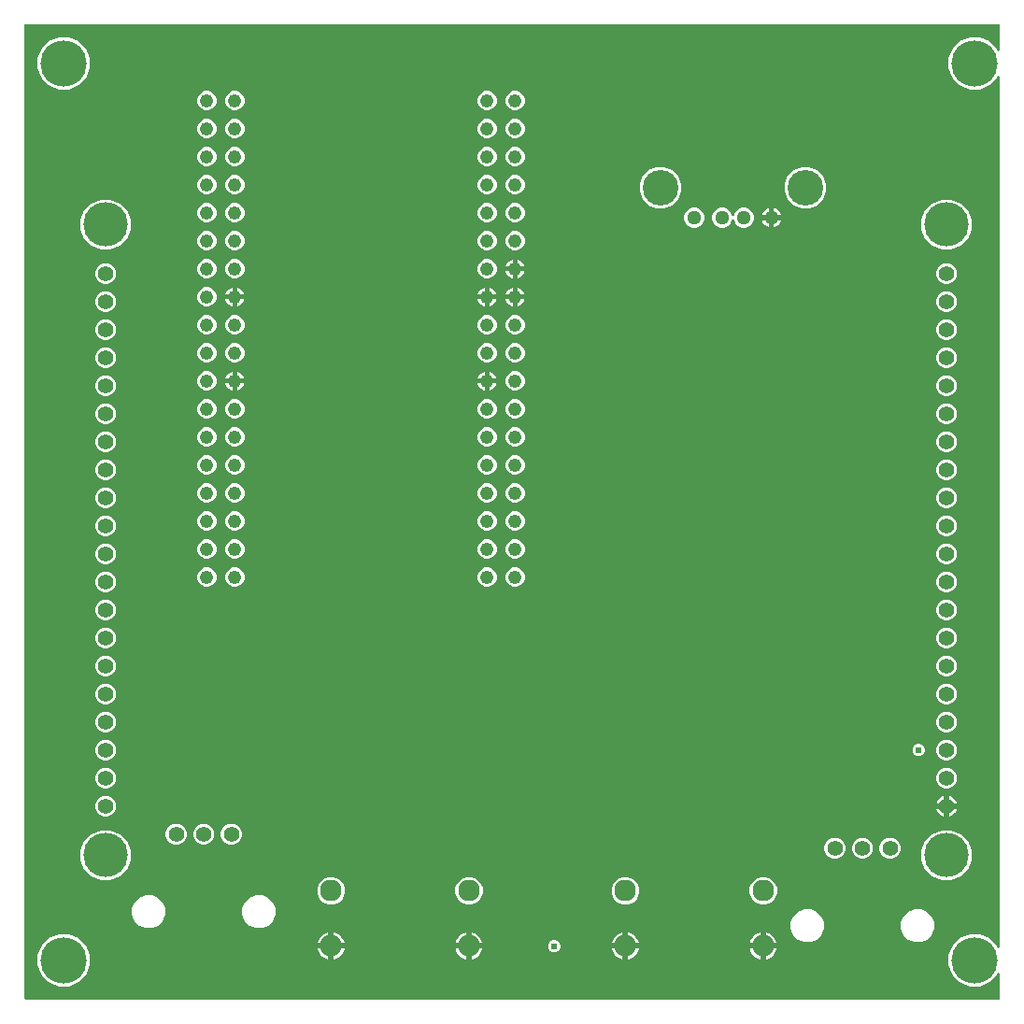
<source format=gbr>
G04 EAGLE Gerber RS-274X export*
G75*
%MOMM*%
%FSLAX34Y34*%
%LPD*%
%INCopper Layer 2*%
%IPPOS*%
%AMOC8*
5,1,8,0,0,1.08239X$1,22.5*%
G01*
%ADD10C,1.400000*%
%ADD11C,4.016000*%
%ADD12C,1.288000*%
%ADD13C,3.220000*%
%ADD14C,4.191000*%
%ADD15C,1.960000*%
%ADD16C,1.244600*%
%ADD17C,0.609600*%

G36*
X885308Y2556D02*
X885308Y2556D01*
X885427Y2563D01*
X885465Y2576D01*
X885506Y2581D01*
X885616Y2624D01*
X885729Y2661D01*
X885764Y2683D01*
X885801Y2698D01*
X885897Y2767D01*
X885998Y2831D01*
X886026Y2861D01*
X886059Y2884D01*
X886135Y2976D01*
X886216Y3063D01*
X886236Y3098D01*
X886261Y3129D01*
X886312Y3237D01*
X886370Y3341D01*
X886380Y3381D01*
X886397Y3417D01*
X886419Y3534D01*
X886449Y3649D01*
X886453Y3709D01*
X886457Y3729D01*
X886455Y3750D01*
X886459Y3810D01*
X886459Y25509D01*
X886451Y25578D01*
X886452Y25648D01*
X886431Y25735D01*
X886419Y25824D01*
X886394Y25889D01*
X886377Y25957D01*
X886335Y26037D01*
X886302Y26120D01*
X886261Y26177D01*
X886229Y26238D01*
X886168Y26305D01*
X886116Y26378D01*
X886062Y26422D01*
X886015Y26474D01*
X885940Y26523D01*
X885871Y26580D01*
X885807Y26610D01*
X885749Y26648D01*
X885664Y26678D01*
X885583Y26716D01*
X885514Y26729D01*
X885448Y26752D01*
X885359Y26759D01*
X885271Y26776D01*
X885201Y26771D01*
X885131Y26777D01*
X885043Y26761D01*
X884953Y26756D01*
X884887Y26734D01*
X884818Y26722D01*
X884736Y26686D01*
X884651Y26658D01*
X884592Y26621D01*
X884528Y26592D01*
X884458Y26536D01*
X884382Y26488D01*
X884334Y26437D01*
X884280Y26393D01*
X884225Y26321D01*
X884164Y26256D01*
X884130Y26195D01*
X884088Y26139D01*
X884017Y25995D01*
X883519Y24791D01*
X876909Y18181D01*
X868274Y14604D01*
X858926Y14604D01*
X850291Y18181D01*
X843681Y24791D01*
X840104Y33426D01*
X840104Y42774D01*
X843681Y51409D01*
X850291Y58019D01*
X858926Y61596D01*
X868274Y61596D01*
X876909Y58019D01*
X883519Y51409D01*
X884017Y50205D01*
X884052Y50145D01*
X884078Y50080D01*
X884130Y50007D01*
X884175Y49929D01*
X884223Y49879D01*
X884264Y49822D01*
X884334Y49765D01*
X884396Y49701D01*
X884456Y49664D01*
X884509Y49620D01*
X884591Y49581D01*
X884667Y49534D01*
X884734Y49514D01*
X884797Y49484D01*
X884885Y49467D01*
X884971Y49441D01*
X885041Y49437D01*
X885110Y49424D01*
X885199Y49430D01*
X885289Y49426D01*
X885357Y49440D01*
X885427Y49444D01*
X885512Y49472D01*
X885600Y49490D01*
X885663Y49521D01*
X885729Y49542D01*
X885805Y49590D01*
X885886Y49630D01*
X885939Y49675D01*
X885998Y49712D01*
X886060Y49778D01*
X886128Y49836D01*
X886168Y49893D01*
X886216Y49944D01*
X886259Y50023D01*
X886311Y50096D01*
X886336Y50161D01*
X886370Y50222D01*
X886392Y50309D01*
X886424Y50393D01*
X886432Y50463D01*
X886449Y50530D01*
X886459Y50691D01*
X886459Y838309D01*
X886451Y838378D01*
X886452Y838448D01*
X886431Y838535D01*
X886419Y838624D01*
X886394Y838689D01*
X886377Y838757D01*
X886335Y838837D01*
X886302Y838920D01*
X886261Y838977D01*
X886229Y839038D01*
X886168Y839105D01*
X886116Y839178D01*
X886062Y839222D01*
X886015Y839274D01*
X885940Y839323D01*
X885871Y839380D01*
X885807Y839410D01*
X885749Y839448D01*
X885664Y839478D01*
X885583Y839516D01*
X885514Y839529D01*
X885448Y839552D01*
X885359Y839559D01*
X885271Y839576D01*
X885201Y839571D01*
X885131Y839577D01*
X885043Y839561D01*
X884953Y839556D01*
X884887Y839534D01*
X884818Y839522D01*
X884736Y839486D01*
X884651Y839458D01*
X884592Y839421D01*
X884528Y839392D01*
X884458Y839336D01*
X884382Y839288D01*
X884334Y839237D01*
X884280Y839193D01*
X884225Y839121D01*
X884164Y839056D01*
X884130Y838995D01*
X884088Y838939D01*
X884017Y838795D01*
X883519Y837591D01*
X876909Y830981D01*
X868274Y827404D01*
X858926Y827404D01*
X850291Y830981D01*
X843681Y837591D01*
X840104Y846226D01*
X840104Y855574D01*
X843681Y864209D01*
X850291Y870819D01*
X858926Y874396D01*
X868274Y874396D01*
X876909Y870819D01*
X883519Y864209D01*
X884017Y863005D01*
X884052Y862945D01*
X884078Y862880D01*
X884130Y862807D01*
X884175Y862729D01*
X884223Y862679D01*
X884264Y862622D01*
X884334Y862565D01*
X884396Y862501D01*
X884456Y862464D01*
X884509Y862420D01*
X884591Y862381D01*
X884667Y862334D01*
X884734Y862314D01*
X884797Y862284D01*
X884885Y862267D01*
X884971Y862241D01*
X885041Y862237D01*
X885110Y862224D01*
X885199Y862230D01*
X885289Y862226D01*
X885357Y862240D01*
X885427Y862244D01*
X885512Y862272D01*
X885600Y862290D01*
X885663Y862321D01*
X885729Y862342D01*
X885805Y862390D01*
X885886Y862430D01*
X885939Y862475D01*
X885998Y862512D01*
X886060Y862578D01*
X886128Y862636D01*
X886168Y862693D01*
X886216Y862744D01*
X886259Y862823D01*
X886311Y862896D01*
X886336Y862961D01*
X886370Y863022D01*
X886392Y863109D01*
X886424Y863193D01*
X886432Y863263D01*
X886449Y863330D01*
X886459Y863491D01*
X886459Y885190D01*
X886444Y885308D01*
X886437Y885427D01*
X886424Y885465D01*
X886419Y885506D01*
X886376Y885616D01*
X886339Y885729D01*
X886317Y885764D01*
X886302Y885801D01*
X886233Y885897D01*
X886169Y885998D01*
X886139Y886026D01*
X886116Y886059D01*
X886024Y886135D01*
X885937Y886216D01*
X885902Y886236D01*
X885871Y886261D01*
X885763Y886312D01*
X885659Y886370D01*
X885619Y886380D01*
X885583Y886397D01*
X885466Y886419D01*
X885351Y886449D01*
X885291Y886453D01*
X885271Y886457D01*
X885250Y886455D01*
X885190Y886459D01*
X3810Y886459D01*
X3692Y886444D01*
X3573Y886437D01*
X3535Y886424D01*
X3494Y886419D01*
X3384Y886376D01*
X3271Y886339D01*
X3236Y886317D01*
X3199Y886302D01*
X3103Y886233D01*
X3002Y886169D01*
X2974Y886139D01*
X2941Y886116D01*
X2865Y886024D01*
X2784Y885937D01*
X2764Y885902D01*
X2739Y885871D01*
X2688Y885763D01*
X2630Y885659D01*
X2620Y885619D01*
X2603Y885583D01*
X2581Y885466D01*
X2551Y885351D01*
X2547Y885291D01*
X2543Y885271D01*
X2545Y885250D01*
X2541Y885190D01*
X2541Y3810D01*
X2556Y3692D01*
X2563Y3573D01*
X2576Y3535D01*
X2581Y3494D01*
X2624Y3384D01*
X2661Y3271D01*
X2683Y3236D01*
X2698Y3199D01*
X2767Y3103D01*
X2831Y3002D01*
X2861Y2974D01*
X2884Y2941D01*
X2976Y2865D01*
X3063Y2784D01*
X3098Y2764D01*
X3129Y2739D01*
X3237Y2688D01*
X3341Y2630D01*
X3381Y2620D01*
X3417Y2603D01*
X3534Y2581D01*
X3649Y2551D01*
X3709Y2547D01*
X3729Y2543D01*
X3750Y2545D01*
X3810Y2541D01*
X885190Y2541D01*
X885308Y2556D01*
G37*
%LPC*%
G36*
X33426Y827404D02*
X33426Y827404D01*
X24791Y830981D01*
X18181Y837591D01*
X14604Y846226D01*
X14604Y855574D01*
X18181Y864209D01*
X24791Y870819D01*
X33426Y874396D01*
X42774Y874396D01*
X51409Y870819D01*
X58019Y864209D01*
X61596Y855574D01*
X61596Y846226D01*
X58019Y837591D01*
X51409Y830981D01*
X42774Y827404D01*
X33426Y827404D01*
G37*
%LPD*%
%LPC*%
G36*
X33426Y14604D02*
X33426Y14604D01*
X24791Y18181D01*
X18181Y24791D01*
X14604Y33426D01*
X14604Y42774D01*
X18181Y51409D01*
X24791Y58019D01*
X33426Y61596D01*
X42774Y61596D01*
X51409Y58019D01*
X58019Y51409D01*
X61596Y42774D01*
X61596Y33426D01*
X58019Y24791D01*
X51409Y18181D01*
X42774Y14604D01*
X33426Y14604D01*
G37*
%LPD*%
%LPC*%
G36*
X833700Y110729D02*
X833700Y110729D01*
X825386Y114173D01*
X819023Y120536D01*
X815579Y128850D01*
X815579Y137850D01*
X819023Y146164D01*
X825386Y152527D01*
X833700Y155971D01*
X842700Y155971D01*
X851014Y152527D01*
X857377Y146164D01*
X860821Y137850D01*
X860821Y128850D01*
X857377Y120536D01*
X851014Y114173D01*
X842700Y110729D01*
X833700Y110729D01*
G37*
%LPD*%
%LPC*%
G36*
X71700Y682229D02*
X71700Y682229D01*
X63386Y685673D01*
X57023Y692036D01*
X53579Y700350D01*
X53579Y709350D01*
X57023Y717664D01*
X63386Y724027D01*
X71700Y727471D01*
X80700Y727471D01*
X89014Y724027D01*
X95377Y717664D01*
X98821Y709350D01*
X98821Y700350D01*
X95377Y692036D01*
X89014Y685673D01*
X80700Y682229D01*
X71700Y682229D01*
G37*
%LPD*%
%LPC*%
G36*
X833700Y682229D02*
X833700Y682229D01*
X825386Y685673D01*
X819023Y692036D01*
X815579Y700350D01*
X815579Y709350D01*
X819023Y717664D01*
X825386Y724027D01*
X833700Y727471D01*
X842700Y727471D01*
X851014Y724027D01*
X857377Y717664D01*
X860821Y709350D01*
X860821Y700350D01*
X857377Y692036D01*
X851014Y685673D01*
X842700Y682229D01*
X833700Y682229D01*
G37*
%LPD*%
%LPC*%
G36*
X71700Y110729D02*
X71700Y110729D01*
X63386Y114173D01*
X57023Y120536D01*
X53579Y128850D01*
X53579Y137850D01*
X57023Y146164D01*
X63386Y152527D01*
X71700Y155971D01*
X80700Y155971D01*
X89014Y152527D01*
X95377Y146164D01*
X98821Y137850D01*
X98821Y128850D01*
X95377Y120536D01*
X89014Y114173D01*
X80700Y110729D01*
X71700Y110729D01*
G37*
%LPD*%
%LPC*%
G36*
X575192Y719659D02*
X575192Y719659D01*
X568341Y722497D01*
X563097Y727741D01*
X560259Y734592D01*
X560259Y742008D01*
X563097Y748859D01*
X568341Y754103D01*
X575192Y756941D01*
X582608Y756941D01*
X589459Y754103D01*
X594703Y748859D01*
X597541Y742008D01*
X597541Y734592D01*
X594703Y727741D01*
X589459Y722497D01*
X582608Y719659D01*
X575192Y719659D01*
G37*
%LPD*%
%LPC*%
G36*
X706592Y719659D02*
X706592Y719659D01*
X699741Y722497D01*
X694497Y727741D01*
X691659Y734592D01*
X691659Y742008D01*
X694497Y748859D01*
X699741Y754103D01*
X706592Y756941D01*
X714008Y756941D01*
X720859Y754103D01*
X726103Y748859D01*
X728941Y742008D01*
X728941Y734592D01*
X726103Y727741D01*
X720859Y722497D01*
X714008Y719659D01*
X706592Y719659D01*
G37*
%LPD*%
%LPC*%
G36*
X212108Y67359D02*
X212108Y67359D01*
X206580Y69649D01*
X202349Y73880D01*
X200059Y79408D01*
X200059Y85392D01*
X202349Y90920D01*
X206580Y95151D01*
X212108Y97441D01*
X218092Y97441D01*
X223620Y95151D01*
X227851Y90920D01*
X230141Y85392D01*
X230141Y79408D01*
X227851Y73880D01*
X223620Y69649D01*
X218092Y67359D01*
X212108Y67359D01*
G37*
%LPD*%
%LPC*%
G36*
X709008Y54659D02*
X709008Y54659D01*
X703480Y56949D01*
X699249Y61180D01*
X696959Y66708D01*
X696959Y72692D01*
X699249Y78220D01*
X703480Y82451D01*
X709008Y84741D01*
X714992Y84741D01*
X720520Y82451D01*
X724751Y78220D01*
X727041Y72692D01*
X727041Y66708D01*
X724751Y61180D01*
X720520Y56949D01*
X714992Y54659D01*
X709008Y54659D01*
G37*
%LPD*%
%LPC*%
G36*
X112108Y67359D02*
X112108Y67359D01*
X106580Y69649D01*
X102349Y73880D01*
X100059Y79408D01*
X100059Y85392D01*
X102349Y90920D01*
X106580Y95151D01*
X112108Y97441D01*
X118092Y97441D01*
X123620Y95151D01*
X127851Y90920D01*
X130141Y85392D01*
X130141Y79408D01*
X127851Y73880D01*
X123620Y69649D01*
X118092Y67359D01*
X112108Y67359D01*
G37*
%LPD*%
%LPC*%
G36*
X809008Y54659D02*
X809008Y54659D01*
X803480Y56949D01*
X799249Y61180D01*
X796959Y66708D01*
X796959Y72692D01*
X799249Y78220D01*
X803480Y82451D01*
X809008Y84741D01*
X814992Y84741D01*
X820520Y82451D01*
X824751Y78220D01*
X827041Y72692D01*
X827041Y66708D01*
X824751Y61180D01*
X820520Y56949D01*
X814992Y54659D01*
X809008Y54659D01*
G37*
%LPD*%
%LPC*%
G36*
X632814Y702219D02*
X632814Y702219D01*
X629513Y703586D01*
X626986Y706113D01*
X625619Y709414D01*
X625619Y712986D01*
X626986Y716287D01*
X629513Y718814D01*
X632814Y720181D01*
X636386Y720181D01*
X639687Y718814D01*
X642214Y716287D01*
X643427Y713357D01*
X643496Y713236D01*
X643561Y713113D01*
X643575Y713098D01*
X643585Y713080D01*
X643682Y712980D01*
X643775Y712878D01*
X643792Y712866D01*
X643806Y712852D01*
X643924Y712779D01*
X644041Y712703D01*
X644060Y712696D01*
X644077Y712686D01*
X644210Y712645D01*
X644342Y712600D01*
X644362Y712598D01*
X644381Y712592D01*
X644520Y712585D01*
X644659Y712574D01*
X644679Y712578D01*
X644699Y712577D01*
X644835Y712605D01*
X644972Y712629D01*
X644991Y712637D01*
X645010Y712641D01*
X645135Y712702D01*
X645262Y712759D01*
X645278Y712772D01*
X645296Y712781D01*
X645402Y712871D01*
X645510Y712958D01*
X645523Y712974D01*
X645538Y712987D01*
X645618Y713101D01*
X645702Y713212D01*
X645714Y713237D01*
X645721Y713247D01*
X645728Y713267D01*
X645773Y713357D01*
X646986Y716287D01*
X649513Y718814D01*
X652814Y720181D01*
X656386Y720181D01*
X659687Y718814D01*
X662214Y716287D01*
X663581Y712986D01*
X663581Y709414D01*
X662214Y706113D01*
X659687Y703586D01*
X656386Y702219D01*
X652814Y702219D01*
X649513Y703586D01*
X646986Y706113D01*
X645773Y709043D01*
X645704Y709164D01*
X645639Y709287D01*
X645625Y709302D01*
X645615Y709320D01*
X645518Y709420D01*
X645425Y709522D01*
X645408Y709533D01*
X645394Y709548D01*
X645275Y709621D01*
X645159Y709697D01*
X645140Y709704D01*
X645123Y709714D01*
X644990Y709755D01*
X644858Y709800D01*
X644838Y709802D01*
X644819Y709808D01*
X644680Y709815D01*
X644541Y709826D01*
X644521Y709822D01*
X644501Y709823D01*
X644365Y709795D01*
X644228Y709771D01*
X644209Y709763D01*
X644190Y709759D01*
X644064Y709697D01*
X643938Y709641D01*
X643922Y709628D01*
X643904Y709619D01*
X643798Y709529D01*
X643690Y709442D01*
X643677Y709426D01*
X643662Y709413D01*
X643582Y709299D01*
X643498Y709188D01*
X643486Y709163D01*
X643479Y709153D01*
X643472Y709133D01*
X643427Y709043D01*
X642214Y706113D01*
X639687Y703586D01*
X636386Y702219D01*
X632814Y702219D01*
G37*
%LPD*%
%LPC*%
G36*
X402945Y88859D02*
X402945Y88859D01*
X398410Y90738D01*
X394938Y94210D01*
X393059Y98745D01*
X393059Y103655D01*
X394938Y108190D01*
X398410Y111662D01*
X402945Y113541D01*
X407855Y113541D01*
X412390Y111662D01*
X415862Y108190D01*
X417741Y103655D01*
X417741Y98745D01*
X415862Y94210D01*
X412390Y90738D01*
X407855Y88859D01*
X402945Y88859D01*
G37*
%LPD*%
%LPC*%
G36*
X669645Y88859D02*
X669645Y88859D01*
X665110Y90738D01*
X661638Y94210D01*
X659759Y98745D01*
X659759Y103655D01*
X661638Y108190D01*
X665110Y111662D01*
X669645Y113541D01*
X674555Y113541D01*
X679090Y111662D01*
X682562Y108190D01*
X684441Y103655D01*
X684441Y98745D01*
X682562Y94210D01*
X679090Y90738D01*
X674555Y88859D01*
X669645Y88859D01*
G37*
%LPD*%
%LPC*%
G36*
X544645Y88859D02*
X544645Y88859D01*
X540110Y90738D01*
X536638Y94210D01*
X534759Y98745D01*
X534759Y103655D01*
X536638Y108190D01*
X540110Y111662D01*
X544645Y113541D01*
X549555Y113541D01*
X554090Y111662D01*
X557562Y108190D01*
X559441Y103655D01*
X559441Y98745D01*
X557562Y94210D01*
X554090Y90738D01*
X549555Y88859D01*
X544645Y88859D01*
G37*
%LPD*%
%LPC*%
G36*
X277945Y88859D02*
X277945Y88859D01*
X273410Y90738D01*
X269938Y94210D01*
X268059Y98745D01*
X268059Y103655D01*
X269938Y108190D01*
X273410Y111662D01*
X277945Y113541D01*
X282855Y113541D01*
X287390Y111662D01*
X290862Y108190D01*
X292741Y103655D01*
X292741Y98745D01*
X290862Y94210D01*
X287390Y90738D01*
X282855Y88859D01*
X277945Y88859D01*
G37*
%LPD*%
%LPC*%
G36*
X138202Y142859D02*
X138202Y142859D01*
X134696Y144312D01*
X132012Y146996D01*
X130559Y150502D01*
X130559Y154298D01*
X132012Y157804D01*
X134696Y160488D01*
X138202Y161941D01*
X141998Y161941D01*
X145504Y160488D01*
X148188Y157804D01*
X149641Y154298D01*
X149641Y150502D01*
X148188Y146996D01*
X145504Y144312D01*
X141998Y142859D01*
X138202Y142859D01*
G37*
%LPD*%
%LPC*%
G36*
X163202Y142859D02*
X163202Y142859D01*
X159696Y144312D01*
X157012Y146996D01*
X155559Y150502D01*
X155559Y154298D01*
X157012Y157804D01*
X159696Y160488D01*
X163202Y161941D01*
X166998Y161941D01*
X170504Y160488D01*
X173188Y157804D01*
X174641Y154298D01*
X174641Y150502D01*
X173188Y146996D01*
X170504Y144312D01*
X166998Y142859D01*
X163202Y142859D01*
G37*
%LPD*%
%LPC*%
G36*
X785102Y130159D02*
X785102Y130159D01*
X781596Y131612D01*
X778912Y134296D01*
X777459Y137802D01*
X777459Y141598D01*
X778912Y145104D01*
X781596Y147788D01*
X785102Y149241D01*
X788898Y149241D01*
X792404Y147788D01*
X795088Y145104D01*
X796541Y141598D01*
X796541Y137802D01*
X795088Y134296D01*
X792404Y131612D01*
X788898Y130159D01*
X785102Y130159D01*
G37*
%LPD*%
%LPC*%
G36*
X760102Y130159D02*
X760102Y130159D01*
X756596Y131612D01*
X753912Y134296D01*
X752459Y137802D01*
X752459Y141598D01*
X753912Y145104D01*
X756596Y147788D01*
X760102Y149241D01*
X763898Y149241D01*
X767404Y147788D01*
X770088Y145104D01*
X771541Y141598D01*
X771541Y137802D01*
X770088Y134296D01*
X767404Y131612D01*
X763898Y130159D01*
X760102Y130159D01*
G37*
%LPD*%
%LPC*%
G36*
X188202Y142859D02*
X188202Y142859D01*
X184696Y144312D01*
X182012Y146996D01*
X180559Y150502D01*
X180559Y154298D01*
X182012Y157804D01*
X184696Y160488D01*
X188202Y161941D01*
X191998Y161941D01*
X195504Y160488D01*
X198188Y157804D01*
X199641Y154298D01*
X199641Y150502D01*
X198188Y146996D01*
X195504Y144312D01*
X191998Y142859D01*
X188202Y142859D01*
G37*
%LPD*%
%LPC*%
G36*
X74302Y168259D02*
X74302Y168259D01*
X70796Y169712D01*
X68112Y172396D01*
X66659Y175902D01*
X66659Y179698D01*
X68112Y183204D01*
X70796Y185888D01*
X74302Y187341D01*
X78098Y187341D01*
X81604Y185888D01*
X84288Y183204D01*
X85741Y179698D01*
X85741Y175902D01*
X84288Y172396D01*
X81604Y169712D01*
X78098Y168259D01*
X74302Y168259D01*
G37*
%LPD*%
%LPC*%
G36*
X74302Y193659D02*
X74302Y193659D01*
X70796Y195112D01*
X68112Y197796D01*
X66659Y201302D01*
X66659Y205098D01*
X68112Y208604D01*
X70796Y211288D01*
X74302Y212741D01*
X78098Y212741D01*
X81604Y211288D01*
X84288Y208604D01*
X85741Y205098D01*
X85741Y201302D01*
X84288Y197796D01*
X81604Y195112D01*
X78098Y193659D01*
X74302Y193659D01*
G37*
%LPD*%
%LPC*%
G36*
X836302Y193659D02*
X836302Y193659D01*
X832796Y195112D01*
X830112Y197796D01*
X828659Y201302D01*
X828659Y205098D01*
X830112Y208604D01*
X832796Y211288D01*
X836302Y212741D01*
X840098Y212741D01*
X843604Y211288D01*
X846288Y208604D01*
X847741Y205098D01*
X847741Y201302D01*
X846288Y197796D01*
X843604Y195112D01*
X840098Y193659D01*
X836302Y193659D01*
G37*
%LPD*%
%LPC*%
G36*
X836302Y600059D02*
X836302Y600059D01*
X832796Y601512D01*
X830112Y604196D01*
X828659Y607702D01*
X828659Y611498D01*
X830112Y615004D01*
X832796Y617688D01*
X836302Y619141D01*
X840098Y619141D01*
X843604Y617688D01*
X846288Y615004D01*
X847741Y611498D01*
X847741Y607702D01*
X846288Y604196D01*
X843604Y601512D01*
X840098Y600059D01*
X836302Y600059D01*
G37*
%LPD*%
%LPC*%
G36*
X735102Y130159D02*
X735102Y130159D01*
X731596Y131612D01*
X728912Y134296D01*
X727459Y137802D01*
X727459Y141598D01*
X728912Y145104D01*
X731596Y147788D01*
X735102Y149241D01*
X738898Y149241D01*
X742404Y147788D01*
X745088Y145104D01*
X746541Y141598D01*
X746541Y137802D01*
X745088Y134296D01*
X742404Y131612D01*
X738898Y130159D01*
X735102Y130159D01*
G37*
%LPD*%
%LPC*%
G36*
X74302Y219059D02*
X74302Y219059D01*
X70796Y220512D01*
X68112Y223196D01*
X66659Y226702D01*
X66659Y230498D01*
X68112Y234004D01*
X70796Y236688D01*
X74302Y238141D01*
X78098Y238141D01*
X81604Y236688D01*
X84288Y234004D01*
X85741Y230498D01*
X85741Y226702D01*
X84288Y223196D01*
X81604Y220512D01*
X78098Y219059D01*
X74302Y219059D01*
G37*
%LPD*%
%LPC*%
G36*
X836302Y219059D02*
X836302Y219059D01*
X832796Y220512D01*
X830112Y223196D01*
X828659Y226702D01*
X828659Y230498D01*
X830112Y234004D01*
X832796Y236688D01*
X836302Y238141D01*
X840098Y238141D01*
X843604Y236688D01*
X846288Y234004D01*
X847741Y230498D01*
X847741Y226702D01*
X846288Y223196D01*
X843604Y220512D01*
X840098Y219059D01*
X836302Y219059D01*
G37*
%LPD*%
%LPC*%
G36*
X74302Y244459D02*
X74302Y244459D01*
X70796Y245912D01*
X68112Y248596D01*
X66659Y252102D01*
X66659Y255898D01*
X68112Y259404D01*
X70796Y262088D01*
X74302Y263541D01*
X78098Y263541D01*
X81604Y262088D01*
X84288Y259404D01*
X85741Y255898D01*
X85741Y252102D01*
X84288Y248596D01*
X81604Y245912D01*
X78098Y244459D01*
X74302Y244459D01*
G37*
%LPD*%
%LPC*%
G36*
X836302Y244459D02*
X836302Y244459D01*
X832796Y245912D01*
X830112Y248596D01*
X828659Y252102D01*
X828659Y255898D01*
X830112Y259404D01*
X832796Y262088D01*
X836302Y263541D01*
X840098Y263541D01*
X843604Y262088D01*
X846288Y259404D01*
X847741Y255898D01*
X847741Y252102D01*
X846288Y248596D01*
X843604Y245912D01*
X840098Y244459D01*
X836302Y244459D01*
G37*
%LPD*%
%LPC*%
G36*
X74302Y269859D02*
X74302Y269859D01*
X70796Y271312D01*
X68112Y273996D01*
X66659Y277502D01*
X66659Y281298D01*
X68112Y284804D01*
X70796Y287488D01*
X74302Y288941D01*
X78098Y288941D01*
X81604Y287488D01*
X84288Y284804D01*
X85741Y281298D01*
X85741Y277502D01*
X84288Y273996D01*
X81604Y271312D01*
X78098Y269859D01*
X74302Y269859D01*
G37*
%LPD*%
%LPC*%
G36*
X836302Y269859D02*
X836302Y269859D01*
X832796Y271312D01*
X830112Y273996D01*
X828659Y277502D01*
X828659Y281298D01*
X830112Y284804D01*
X832796Y287488D01*
X836302Y288941D01*
X840098Y288941D01*
X843604Y287488D01*
X846288Y284804D01*
X847741Y281298D01*
X847741Y277502D01*
X846288Y273996D01*
X843604Y271312D01*
X840098Y269859D01*
X836302Y269859D01*
G37*
%LPD*%
%LPC*%
G36*
X74302Y295259D02*
X74302Y295259D01*
X70796Y296712D01*
X68112Y299396D01*
X66659Y302902D01*
X66659Y306698D01*
X68112Y310204D01*
X70796Y312888D01*
X74302Y314341D01*
X78098Y314341D01*
X81604Y312888D01*
X84288Y310204D01*
X85741Y306698D01*
X85741Y302902D01*
X84288Y299396D01*
X81604Y296712D01*
X78098Y295259D01*
X74302Y295259D01*
G37*
%LPD*%
%LPC*%
G36*
X836302Y295259D02*
X836302Y295259D01*
X832796Y296712D01*
X830112Y299396D01*
X828659Y302902D01*
X828659Y306698D01*
X830112Y310204D01*
X832796Y312888D01*
X836302Y314341D01*
X840098Y314341D01*
X843604Y312888D01*
X846288Y310204D01*
X847741Y306698D01*
X847741Y302902D01*
X846288Y299396D01*
X843604Y296712D01*
X840098Y295259D01*
X836302Y295259D01*
G37*
%LPD*%
%LPC*%
G36*
X74302Y320659D02*
X74302Y320659D01*
X70796Y322112D01*
X68112Y324796D01*
X66659Y328302D01*
X66659Y332098D01*
X68112Y335604D01*
X70796Y338288D01*
X74302Y339741D01*
X78098Y339741D01*
X81604Y338288D01*
X84288Y335604D01*
X85741Y332098D01*
X85741Y328302D01*
X84288Y324796D01*
X81604Y322112D01*
X78098Y320659D01*
X74302Y320659D01*
G37*
%LPD*%
%LPC*%
G36*
X836302Y320659D02*
X836302Y320659D01*
X832796Y322112D01*
X830112Y324796D01*
X828659Y328302D01*
X828659Y332098D01*
X830112Y335604D01*
X832796Y338288D01*
X836302Y339741D01*
X840098Y339741D01*
X843604Y338288D01*
X846288Y335604D01*
X847741Y332098D01*
X847741Y328302D01*
X846288Y324796D01*
X843604Y322112D01*
X840098Y320659D01*
X836302Y320659D01*
G37*
%LPD*%
%LPC*%
G36*
X74302Y346059D02*
X74302Y346059D01*
X70796Y347512D01*
X68112Y350196D01*
X66659Y353702D01*
X66659Y357498D01*
X68112Y361004D01*
X70796Y363688D01*
X74302Y365141D01*
X78098Y365141D01*
X81604Y363688D01*
X84288Y361004D01*
X85741Y357498D01*
X85741Y353702D01*
X84288Y350196D01*
X81604Y347512D01*
X78098Y346059D01*
X74302Y346059D01*
G37*
%LPD*%
%LPC*%
G36*
X836302Y346059D02*
X836302Y346059D01*
X832796Y347512D01*
X830112Y350196D01*
X828659Y353702D01*
X828659Y357498D01*
X830112Y361004D01*
X832796Y363688D01*
X836302Y365141D01*
X840098Y365141D01*
X843604Y363688D01*
X846288Y361004D01*
X847741Y357498D01*
X847741Y353702D01*
X846288Y350196D01*
X843604Y347512D01*
X840098Y346059D01*
X836302Y346059D01*
G37*
%LPD*%
%LPC*%
G36*
X74302Y371459D02*
X74302Y371459D01*
X70796Y372912D01*
X68112Y375596D01*
X66659Y379102D01*
X66659Y382898D01*
X68112Y386404D01*
X70796Y389088D01*
X74302Y390541D01*
X78098Y390541D01*
X81604Y389088D01*
X84288Y386404D01*
X85741Y382898D01*
X85741Y379102D01*
X84288Y375596D01*
X81604Y372912D01*
X78098Y371459D01*
X74302Y371459D01*
G37*
%LPD*%
%LPC*%
G36*
X836302Y650859D02*
X836302Y650859D01*
X832796Y652312D01*
X830112Y654996D01*
X828659Y658502D01*
X828659Y662298D01*
X830112Y665804D01*
X832796Y668488D01*
X836302Y669941D01*
X840098Y669941D01*
X843604Y668488D01*
X846288Y665804D01*
X847741Y662298D01*
X847741Y658502D01*
X846288Y654996D01*
X843604Y652312D01*
X840098Y650859D01*
X836302Y650859D01*
G37*
%LPD*%
%LPC*%
G36*
X74302Y650859D02*
X74302Y650859D01*
X70796Y652312D01*
X68112Y654996D01*
X66659Y658502D01*
X66659Y662298D01*
X68112Y665804D01*
X70796Y668488D01*
X74302Y669941D01*
X78098Y669941D01*
X81604Y668488D01*
X84288Y665804D01*
X85741Y662298D01*
X85741Y658502D01*
X84288Y654996D01*
X81604Y652312D01*
X78098Y650859D01*
X74302Y650859D01*
G37*
%LPD*%
%LPC*%
G36*
X836302Y371459D02*
X836302Y371459D01*
X832796Y372912D01*
X830112Y375596D01*
X828659Y379102D01*
X828659Y382898D01*
X830112Y386404D01*
X832796Y389088D01*
X836302Y390541D01*
X840098Y390541D01*
X843604Y389088D01*
X846288Y386404D01*
X847741Y382898D01*
X847741Y379102D01*
X846288Y375596D01*
X843604Y372912D01*
X840098Y371459D01*
X836302Y371459D01*
G37*
%LPD*%
%LPC*%
G36*
X74302Y396859D02*
X74302Y396859D01*
X70796Y398312D01*
X68112Y400996D01*
X66659Y404502D01*
X66659Y408298D01*
X68112Y411804D01*
X70796Y414488D01*
X74302Y415941D01*
X78098Y415941D01*
X81604Y414488D01*
X84288Y411804D01*
X85741Y408298D01*
X85741Y404502D01*
X84288Y400996D01*
X81604Y398312D01*
X78098Y396859D01*
X74302Y396859D01*
G37*
%LPD*%
%LPC*%
G36*
X836302Y396859D02*
X836302Y396859D01*
X832796Y398312D01*
X830112Y400996D01*
X828659Y404502D01*
X828659Y408298D01*
X830112Y411804D01*
X832796Y414488D01*
X836302Y415941D01*
X840098Y415941D01*
X843604Y414488D01*
X846288Y411804D01*
X847741Y408298D01*
X847741Y404502D01*
X846288Y400996D01*
X843604Y398312D01*
X840098Y396859D01*
X836302Y396859D01*
G37*
%LPD*%
%LPC*%
G36*
X74302Y422259D02*
X74302Y422259D01*
X70796Y423712D01*
X68112Y426396D01*
X66659Y429902D01*
X66659Y433698D01*
X68112Y437204D01*
X70796Y439888D01*
X74302Y441341D01*
X78098Y441341D01*
X81604Y439888D01*
X84288Y437204D01*
X85741Y433698D01*
X85741Y429902D01*
X84288Y426396D01*
X81604Y423712D01*
X78098Y422259D01*
X74302Y422259D01*
G37*
%LPD*%
%LPC*%
G36*
X836302Y422259D02*
X836302Y422259D01*
X832796Y423712D01*
X830112Y426396D01*
X828659Y429902D01*
X828659Y433698D01*
X830112Y437204D01*
X832796Y439888D01*
X836302Y441341D01*
X840098Y441341D01*
X843604Y439888D01*
X846288Y437204D01*
X847741Y433698D01*
X847741Y429902D01*
X846288Y426396D01*
X843604Y423712D01*
X840098Y422259D01*
X836302Y422259D01*
G37*
%LPD*%
%LPC*%
G36*
X74302Y447659D02*
X74302Y447659D01*
X70796Y449112D01*
X68112Y451796D01*
X66659Y455302D01*
X66659Y459098D01*
X68112Y462604D01*
X70796Y465288D01*
X74302Y466741D01*
X78098Y466741D01*
X81604Y465288D01*
X84288Y462604D01*
X85741Y459098D01*
X85741Y455302D01*
X84288Y451796D01*
X81604Y449112D01*
X78098Y447659D01*
X74302Y447659D01*
G37*
%LPD*%
%LPC*%
G36*
X836302Y447659D02*
X836302Y447659D01*
X832796Y449112D01*
X830112Y451796D01*
X828659Y455302D01*
X828659Y459098D01*
X830112Y462604D01*
X832796Y465288D01*
X836302Y466741D01*
X840098Y466741D01*
X843604Y465288D01*
X846288Y462604D01*
X847741Y459098D01*
X847741Y455302D01*
X846288Y451796D01*
X843604Y449112D01*
X840098Y447659D01*
X836302Y447659D01*
G37*
%LPD*%
%LPC*%
G36*
X74302Y473059D02*
X74302Y473059D01*
X70796Y474512D01*
X68112Y477196D01*
X66659Y480702D01*
X66659Y484498D01*
X68112Y488004D01*
X70796Y490688D01*
X74302Y492141D01*
X78098Y492141D01*
X81604Y490688D01*
X84288Y488004D01*
X85741Y484498D01*
X85741Y480702D01*
X84288Y477196D01*
X81604Y474512D01*
X78098Y473059D01*
X74302Y473059D01*
G37*
%LPD*%
%LPC*%
G36*
X836302Y473059D02*
X836302Y473059D01*
X832796Y474512D01*
X830112Y477196D01*
X828659Y480702D01*
X828659Y484498D01*
X830112Y488004D01*
X832796Y490688D01*
X836302Y492141D01*
X840098Y492141D01*
X843604Y490688D01*
X846288Y488004D01*
X847741Y484498D01*
X847741Y480702D01*
X846288Y477196D01*
X843604Y474512D01*
X840098Y473059D01*
X836302Y473059D01*
G37*
%LPD*%
%LPC*%
G36*
X836302Y625459D02*
X836302Y625459D01*
X832796Y626912D01*
X830112Y629596D01*
X828659Y633102D01*
X828659Y636898D01*
X830112Y640404D01*
X832796Y643088D01*
X836302Y644541D01*
X840098Y644541D01*
X843604Y643088D01*
X846288Y640404D01*
X847741Y636898D01*
X847741Y633102D01*
X846288Y629596D01*
X843604Y626912D01*
X840098Y625459D01*
X836302Y625459D01*
G37*
%LPD*%
%LPC*%
G36*
X74302Y625459D02*
X74302Y625459D01*
X70796Y626912D01*
X68112Y629596D01*
X66659Y633102D01*
X66659Y636898D01*
X68112Y640404D01*
X70796Y643088D01*
X74302Y644541D01*
X78098Y644541D01*
X81604Y643088D01*
X84288Y640404D01*
X85741Y636898D01*
X85741Y633102D01*
X84288Y629596D01*
X81604Y626912D01*
X78098Y625459D01*
X74302Y625459D01*
G37*
%LPD*%
%LPC*%
G36*
X74302Y498459D02*
X74302Y498459D01*
X70796Y499912D01*
X68112Y502596D01*
X66659Y506102D01*
X66659Y509898D01*
X68112Y513404D01*
X70796Y516088D01*
X74302Y517541D01*
X78098Y517541D01*
X81604Y516088D01*
X84288Y513404D01*
X85741Y509898D01*
X85741Y506102D01*
X84288Y502596D01*
X81604Y499912D01*
X78098Y498459D01*
X74302Y498459D01*
G37*
%LPD*%
%LPC*%
G36*
X836302Y498459D02*
X836302Y498459D01*
X832796Y499912D01*
X830112Y502596D01*
X828659Y506102D01*
X828659Y509898D01*
X830112Y513404D01*
X832796Y516088D01*
X836302Y517541D01*
X840098Y517541D01*
X843604Y516088D01*
X846288Y513404D01*
X847741Y509898D01*
X847741Y506102D01*
X846288Y502596D01*
X843604Y499912D01*
X840098Y498459D01*
X836302Y498459D01*
G37*
%LPD*%
%LPC*%
G36*
X74302Y523859D02*
X74302Y523859D01*
X70796Y525312D01*
X68112Y527996D01*
X66659Y531502D01*
X66659Y535298D01*
X68112Y538804D01*
X70796Y541488D01*
X74302Y542941D01*
X78098Y542941D01*
X81604Y541488D01*
X84288Y538804D01*
X85741Y535298D01*
X85741Y531502D01*
X84288Y527996D01*
X81604Y525312D01*
X78098Y523859D01*
X74302Y523859D01*
G37*
%LPD*%
%LPC*%
G36*
X836302Y523859D02*
X836302Y523859D01*
X832796Y525312D01*
X830112Y527996D01*
X828659Y531502D01*
X828659Y535298D01*
X830112Y538804D01*
X832796Y541488D01*
X836302Y542941D01*
X840098Y542941D01*
X843604Y541488D01*
X846288Y538804D01*
X847741Y535298D01*
X847741Y531502D01*
X846288Y527996D01*
X843604Y525312D01*
X840098Y523859D01*
X836302Y523859D01*
G37*
%LPD*%
%LPC*%
G36*
X74302Y549259D02*
X74302Y549259D01*
X70796Y550712D01*
X68112Y553396D01*
X66659Y556902D01*
X66659Y560698D01*
X68112Y564204D01*
X70796Y566888D01*
X74302Y568341D01*
X78098Y568341D01*
X81604Y566888D01*
X84288Y564204D01*
X85741Y560698D01*
X85741Y556902D01*
X84288Y553396D01*
X81604Y550712D01*
X78098Y549259D01*
X74302Y549259D01*
G37*
%LPD*%
%LPC*%
G36*
X836302Y549259D02*
X836302Y549259D01*
X832796Y550712D01*
X830112Y553396D01*
X828659Y556902D01*
X828659Y560698D01*
X830112Y564204D01*
X832796Y566888D01*
X836302Y568341D01*
X840098Y568341D01*
X843604Y566888D01*
X846288Y564204D01*
X847741Y560698D01*
X847741Y556902D01*
X846288Y553396D01*
X843604Y550712D01*
X840098Y549259D01*
X836302Y549259D01*
G37*
%LPD*%
%LPC*%
G36*
X74302Y574659D02*
X74302Y574659D01*
X70796Y576112D01*
X68112Y578796D01*
X66659Y582302D01*
X66659Y586098D01*
X68112Y589604D01*
X70796Y592288D01*
X74302Y593741D01*
X78098Y593741D01*
X81604Y592288D01*
X84288Y589604D01*
X85741Y586098D01*
X85741Y582302D01*
X84288Y578796D01*
X81604Y576112D01*
X78098Y574659D01*
X74302Y574659D01*
G37*
%LPD*%
%LPC*%
G36*
X836302Y574659D02*
X836302Y574659D01*
X832796Y576112D01*
X830112Y578796D01*
X828659Y582302D01*
X828659Y586098D01*
X830112Y589604D01*
X832796Y592288D01*
X836302Y593741D01*
X840098Y593741D01*
X843604Y592288D01*
X846288Y589604D01*
X847741Y586098D01*
X847741Y582302D01*
X846288Y578796D01*
X843604Y576112D01*
X840098Y574659D01*
X836302Y574659D01*
G37*
%LPD*%
%LPC*%
G36*
X74302Y600059D02*
X74302Y600059D01*
X70796Y601512D01*
X68112Y604196D01*
X66659Y607702D01*
X66659Y611498D01*
X68112Y615004D01*
X70796Y617688D01*
X74302Y619141D01*
X78098Y619141D01*
X81604Y617688D01*
X84288Y615004D01*
X85741Y611498D01*
X85741Y607702D01*
X84288Y604196D01*
X81604Y601512D01*
X78098Y600059D01*
X74302Y600059D01*
G37*
%LPD*%
%LPC*%
G36*
X607814Y702219D02*
X607814Y702219D01*
X604513Y703586D01*
X601986Y706113D01*
X600619Y709414D01*
X600619Y712986D01*
X601986Y716287D01*
X604513Y718814D01*
X607814Y720181D01*
X611386Y720181D01*
X614687Y718814D01*
X617214Y716287D01*
X618581Y712986D01*
X618581Y709414D01*
X617214Y706113D01*
X614687Y703586D01*
X611386Y702219D01*
X607814Y702219D01*
G37*
%LPD*%
%LPC*%
G36*
X166157Y605236D02*
X166157Y605236D01*
X162936Y606570D01*
X160470Y609036D01*
X159136Y612257D01*
X159136Y615743D01*
X160470Y618964D01*
X162936Y621430D01*
X166157Y622764D01*
X169643Y622764D01*
X172864Y621430D01*
X175330Y618964D01*
X176664Y615743D01*
X176664Y612257D01*
X175330Y609036D01*
X172864Y606570D01*
X169643Y605236D01*
X166157Y605236D01*
G37*
%LPD*%
%LPC*%
G36*
X191557Y605236D02*
X191557Y605236D01*
X188336Y606570D01*
X185870Y609036D01*
X184536Y612257D01*
X184536Y615743D01*
X185870Y618964D01*
X188336Y621430D01*
X191557Y622764D01*
X195043Y622764D01*
X198264Y621430D01*
X200730Y618964D01*
X202064Y615743D01*
X202064Y612257D01*
X200730Y609036D01*
X198264Y606570D01*
X195043Y605236D01*
X191557Y605236D01*
G37*
%LPD*%
%LPC*%
G36*
X445557Y579836D02*
X445557Y579836D01*
X442336Y581170D01*
X439870Y583636D01*
X438536Y586857D01*
X438536Y590343D01*
X439870Y593564D01*
X442336Y596030D01*
X445557Y597364D01*
X449043Y597364D01*
X452264Y596030D01*
X454730Y593564D01*
X456064Y590343D01*
X456064Y586857D01*
X454730Y583636D01*
X452264Y581170D01*
X449043Y579836D01*
X445557Y579836D01*
G37*
%LPD*%
%LPC*%
G36*
X420157Y579836D02*
X420157Y579836D01*
X416936Y581170D01*
X414470Y583636D01*
X413136Y586857D01*
X413136Y590343D01*
X414470Y593564D01*
X416936Y596030D01*
X420157Y597364D01*
X423643Y597364D01*
X426864Y596030D01*
X429330Y593564D01*
X430664Y590343D01*
X430664Y586857D01*
X429330Y583636D01*
X426864Y581170D01*
X423643Y579836D01*
X420157Y579836D01*
G37*
%LPD*%
%LPC*%
G36*
X191557Y579836D02*
X191557Y579836D01*
X188336Y581170D01*
X185870Y583636D01*
X184536Y586857D01*
X184536Y590343D01*
X185870Y593564D01*
X188336Y596030D01*
X191557Y597364D01*
X195043Y597364D01*
X198264Y596030D01*
X200730Y593564D01*
X202064Y590343D01*
X202064Y586857D01*
X200730Y583636D01*
X198264Y581170D01*
X195043Y579836D01*
X191557Y579836D01*
G37*
%LPD*%
%LPC*%
G36*
X166157Y579836D02*
X166157Y579836D01*
X162936Y581170D01*
X160470Y583636D01*
X159136Y586857D01*
X159136Y590343D01*
X160470Y593564D01*
X162936Y596030D01*
X166157Y597364D01*
X169643Y597364D01*
X172864Y596030D01*
X175330Y593564D01*
X176664Y590343D01*
X176664Y586857D01*
X175330Y583636D01*
X172864Y581170D01*
X169643Y579836D01*
X166157Y579836D01*
G37*
%LPD*%
%LPC*%
G36*
X420157Y605236D02*
X420157Y605236D01*
X416936Y606570D01*
X414470Y609036D01*
X413136Y612257D01*
X413136Y615743D01*
X414470Y618964D01*
X416936Y621430D01*
X420157Y622764D01*
X423643Y622764D01*
X426864Y621430D01*
X429330Y618964D01*
X430664Y615743D01*
X430664Y612257D01*
X429330Y609036D01*
X426864Y606570D01*
X423643Y605236D01*
X420157Y605236D01*
G37*
%LPD*%
%LPC*%
G36*
X445557Y605236D02*
X445557Y605236D01*
X442336Y606570D01*
X439870Y609036D01*
X438536Y612257D01*
X438536Y615743D01*
X439870Y618964D01*
X442336Y621430D01*
X445557Y622764D01*
X449043Y622764D01*
X452264Y621430D01*
X454730Y618964D01*
X456064Y615743D01*
X456064Y612257D01*
X454730Y609036D01*
X452264Y606570D01*
X449043Y605236D01*
X445557Y605236D01*
G37*
%LPD*%
%LPC*%
G36*
X445557Y554436D02*
X445557Y554436D01*
X442336Y555770D01*
X439870Y558236D01*
X438536Y561457D01*
X438536Y564943D01*
X439870Y568164D01*
X442336Y570630D01*
X445557Y571964D01*
X449043Y571964D01*
X452264Y570630D01*
X454730Y568164D01*
X456064Y564943D01*
X456064Y561457D01*
X454730Y558236D01*
X452264Y555770D01*
X449043Y554436D01*
X445557Y554436D01*
G37*
%LPD*%
%LPC*%
G36*
X166157Y554436D02*
X166157Y554436D01*
X162936Y555770D01*
X160470Y558236D01*
X159136Y561457D01*
X159136Y564943D01*
X160470Y568164D01*
X162936Y570630D01*
X166157Y571964D01*
X169643Y571964D01*
X172864Y570630D01*
X175330Y568164D01*
X176664Y564943D01*
X176664Y561457D01*
X175330Y558236D01*
X172864Y555770D01*
X169643Y554436D01*
X166157Y554436D01*
G37*
%LPD*%
%LPC*%
G36*
X420157Y706836D02*
X420157Y706836D01*
X416936Y708170D01*
X414470Y710636D01*
X413136Y713857D01*
X413136Y717343D01*
X414470Y720564D01*
X416936Y723030D01*
X420157Y724364D01*
X423643Y724364D01*
X426864Y723030D01*
X429330Y720564D01*
X430664Y717343D01*
X430664Y713857D01*
X429330Y710636D01*
X426864Y708170D01*
X423643Y706836D01*
X420157Y706836D01*
G37*
%LPD*%
%LPC*%
G36*
X166157Y732236D02*
X166157Y732236D01*
X162936Y733570D01*
X160470Y736036D01*
X159136Y739257D01*
X159136Y742743D01*
X160470Y745964D01*
X162936Y748430D01*
X166157Y749764D01*
X169643Y749764D01*
X172864Y748430D01*
X175330Y745964D01*
X176664Y742743D01*
X176664Y739257D01*
X175330Y736036D01*
X172864Y733570D01*
X169643Y732236D01*
X166157Y732236D01*
G37*
%LPD*%
%LPC*%
G36*
X445557Y706836D02*
X445557Y706836D01*
X442336Y708170D01*
X439870Y710636D01*
X438536Y713857D01*
X438536Y717343D01*
X439870Y720564D01*
X442336Y723030D01*
X445557Y724364D01*
X449043Y724364D01*
X452264Y723030D01*
X454730Y720564D01*
X456064Y717343D01*
X456064Y713857D01*
X454730Y710636D01*
X452264Y708170D01*
X449043Y706836D01*
X445557Y706836D01*
G37*
%LPD*%
%LPC*%
G36*
X166157Y706836D02*
X166157Y706836D01*
X162936Y708170D01*
X160470Y710636D01*
X159136Y713857D01*
X159136Y717343D01*
X160470Y720564D01*
X162936Y723030D01*
X166157Y724364D01*
X169643Y724364D01*
X172864Y723030D01*
X175330Y720564D01*
X176664Y717343D01*
X176664Y713857D01*
X175330Y710636D01*
X172864Y708170D01*
X169643Y706836D01*
X166157Y706836D01*
G37*
%LPD*%
%LPC*%
G36*
X191557Y706836D02*
X191557Y706836D01*
X188336Y708170D01*
X185870Y710636D01*
X184536Y713857D01*
X184536Y717343D01*
X185870Y720564D01*
X188336Y723030D01*
X191557Y724364D01*
X195043Y724364D01*
X198264Y723030D01*
X200730Y720564D01*
X202064Y717343D01*
X202064Y713857D01*
X200730Y710636D01*
X198264Y708170D01*
X195043Y706836D01*
X191557Y706836D01*
G37*
%LPD*%
%LPC*%
G36*
X191557Y808436D02*
X191557Y808436D01*
X188336Y809770D01*
X185870Y812236D01*
X184536Y815457D01*
X184536Y818943D01*
X185870Y822164D01*
X188336Y824630D01*
X191557Y825964D01*
X195043Y825964D01*
X198264Y824630D01*
X200730Y822164D01*
X202064Y818943D01*
X202064Y815457D01*
X200730Y812236D01*
X198264Y809770D01*
X195043Y808436D01*
X191557Y808436D01*
G37*
%LPD*%
%LPC*%
G36*
X191557Y732236D02*
X191557Y732236D01*
X188336Y733570D01*
X185870Y736036D01*
X184536Y739257D01*
X184536Y742743D01*
X185870Y745964D01*
X188336Y748430D01*
X191557Y749764D01*
X195043Y749764D01*
X198264Y748430D01*
X200730Y745964D01*
X202064Y742743D01*
X202064Y739257D01*
X200730Y736036D01*
X198264Y733570D01*
X195043Y732236D01*
X191557Y732236D01*
G37*
%LPD*%
%LPC*%
G36*
X420157Y732236D02*
X420157Y732236D01*
X416936Y733570D01*
X414470Y736036D01*
X413136Y739257D01*
X413136Y742743D01*
X414470Y745964D01*
X416936Y748430D01*
X420157Y749764D01*
X423643Y749764D01*
X426864Y748430D01*
X429330Y745964D01*
X430664Y742743D01*
X430664Y739257D01*
X429330Y736036D01*
X426864Y733570D01*
X423643Y732236D01*
X420157Y732236D01*
G37*
%LPD*%
%LPC*%
G36*
X445557Y732236D02*
X445557Y732236D01*
X442336Y733570D01*
X439870Y736036D01*
X438536Y739257D01*
X438536Y742743D01*
X439870Y745964D01*
X442336Y748430D01*
X445557Y749764D01*
X449043Y749764D01*
X452264Y748430D01*
X454730Y745964D01*
X456064Y742743D01*
X456064Y739257D01*
X454730Y736036D01*
X452264Y733570D01*
X449043Y732236D01*
X445557Y732236D01*
G37*
%LPD*%
%LPC*%
G36*
X166157Y757636D02*
X166157Y757636D01*
X162936Y758970D01*
X160470Y761436D01*
X159136Y764657D01*
X159136Y768143D01*
X160470Y771364D01*
X162936Y773830D01*
X166157Y775164D01*
X169643Y775164D01*
X172864Y773830D01*
X175330Y771364D01*
X176664Y768143D01*
X176664Y764657D01*
X175330Y761436D01*
X172864Y758970D01*
X169643Y757636D01*
X166157Y757636D01*
G37*
%LPD*%
%LPC*%
G36*
X445557Y529036D02*
X445557Y529036D01*
X442336Y530370D01*
X439870Y532836D01*
X438536Y536057D01*
X438536Y539543D01*
X439870Y542764D01*
X442336Y545230D01*
X445557Y546564D01*
X449043Y546564D01*
X452264Y545230D01*
X454730Y542764D01*
X456064Y539543D01*
X456064Y536057D01*
X454730Y532836D01*
X452264Y530370D01*
X449043Y529036D01*
X445557Y529036D01*
G37*
%LPD*%
%LPC*%
G36*
X420157Y529036D02*
X420157Y529036D01*
X416936Y530370D01*
X414470Y532836D01*
X413136Y536057D01*
X413136Y539543D01*
X414470Y542764D01*
X416936Y545230D01*
X420157Y546564D01*
X423643Y546564D01*
X426864Y545230D01*
X429330Y542764D01*
X430664Y539543D01*
X430664Y536057D01*
X429330Y532836D01*
X426864Y530370D01*
X423643Y529036D01*
X420157Y529036D01*
G37*
%LPD*%
%LPC*%
G36*
X191557Y529036D02*
X191557Y529036D01*
X188336Y530370D01*
X185870Y532836D01*
X184536Y536057D01*
X184536Y539543D01*
X185870Y542764D01*
X188336Y545230D01*
X191557Y546564D01*
X195043Y546564D01*
X198264Y545230D01*
X200730Y542764D01*
X202064Y539543D01*
X202064Y536057D01*
X200730Y532836D01*
X198264Y530370D01*
X195043Y529036D01*
X191557Y529036D01*
G37*
%LPD*%
%LPC*%
G36*
X166157Y529036D02*
X166157Y529036D01*
X162936Y530370D01*
X160470Y532836D01*
X159136Y536057D01*
X159136Y539543D01*
X160470Y542764D01*
X162936Y545230D01*
X166157Y546564D01*
X169643Y546564D01*
X172864Y545230D01*
X175330Y542764D01*
X176664Y539543D01*
X176664Y536057D01*
X175330Y532836D01*
X172864Y530370D01*
X169643Y529036D01*
X166157Y529036D01*
G37*
%LPD*%
%LPC*%
G36*
X445557Y681436D02*
X445557Y681436D01*
X442336Y682770D01*
X439870Y685236D01*
X438536Y688457D01*
X438536Y691943D01*
X439870Y695164D01*
X442336Y697630D01*
X445557Y698964D01*
X449043Y698964D01*
X452264Y697630D01*
X454730Y695164D01*
X456064Y691943D01*
X456064Y688457D01*
X454730Y685236D01*
X452264Y682770D01*
X449043Y681436D01*
X445557Y681436D01*
G37*
%LPD*%
%LPC*%
G36*
X420157Y681436D02*
X420157Y681436D01*
X416936Y682770D01*
X414470Y685236D01*
X413136Y688457D01*
X413136Y691943D01*
X414470Y695164D01*
X416936Y697630D01*
X420157Y698964D01*
X423643Y698964D01*
X426864Y697630D01*
X429330Y695164D01*
X430664Y691943D01*
X430664Y688457D01*
X429330Y685236D01*
X426864Y682770D01*
X423643Y681436D01*
X420157Y681436D01*
G37*
%LPD*%
%LPC*%
G36*
X445557Y503636D02*
X445557Y503636D01*
X442336Y504970D01*
X439870Y507436D01*
X438536Y510657D01*
X438536Y514143D01*
X439870Y517364D01*
X442336Y519830D01*
X445557Y521164D01*
X449043Y521164D01*
X452264Y519830D01*
X454730Y517364D01*
X456064Y514143D01*
X456064Y510657D01*
X454730Y507436D01*
X452264Y504970D01*
X449043Y503636D01*
X445557Y503636D01*
G37*
%LPD*%
%LPC*%
G36*
X420157Y503636D02*
X420157Y503636D01*
X416936Y504970D01*
X414470Y507436D01*
X413136Y510657D01*
X413136Y514143D01*
X414470Y517364D01*
X416936Y519830D01*
X420157Y521164D01*
X423643Y521164D01*
X426864Y519830D01*
X429330Y517364D01*
X430664Y514143D01*
X430664Y510657D01*
X429330Y507436D01*
X426864Y504970D01*
X423643Y503636D01*
X420157Y503636D01*
G37*
%LPD*%
%LPC*%
G36*
X191557Y503636D02*
X191557Y503636D01*
X188336Y504970D01*
X185870Y507436D01*
X184536Y510657D01*
X184536Y514143D01*
X185870Y517364D01*
X188336Y519830D01*
X191557Y521164D01*
X195043Y521164D01*
X198264Y519830D01*
X200730Y517364D01*
X202064Y514143D01*
X202064Y510657D01*
X200730Y507436D01*
X198264Y504970D01*
X195043Y503636D01*
X191557Y503636D01*
G37*
%LPD*%
%LPC*%
G36*
X166157Y503636D02*
X166157Y503636D01*
X162936Y504970D01*
X160470Y507436D01*
X159136Y510657D01*
X159136Y514143D01*
X160470Y517364D01*
X162936Y519830D01*
X166157Y521164D01*
X169643Y521164D01*
X172864Y519830D01*
X175330Y517364D01*
X176664Y514143D01*
X176664Y510657D01*
X175330Y507436D01*
X172864Y504970D01*
X169643Y503636D01*
X166157Y503636D01*
G37*
%LPD*%
%LPC*%
G36*
X191557Y681436D02*
X191557Y681436D01*
X188336Y682770D01*
X185870Y685236D01*
X184536Y688457D01*
X184536Y691943D01*
X185870Y695164D01*
X188336Y697630D01*
X191557Y698964D01*
X195043Y698964D01*
X198264Y697630D01*
X200730Y695164D01*
X202064Y691943D01*
X202064Y688457D01*
X200730Y685236D01*
X198264Y682770D01*
X195043Y681436D01*
X191557Y681436D01*
G37*
%LPD*%
%LPC*%
G36*
X166157Y681436D02*
X166157Y681436D01*
X162936Y682770D01*
X160470Y685236D01*
X159136Y688457D01*
X159136Y691943D01*
X160470Y695164D01*
X162936Y697630D01*
X166157Y698964D01*
X169643Y698964D01*
X172864Y697630D01*
X175330Y695164D01*
X176664Y691943D01*
X176664Y688457D01*
X175330Y685236D01*
X172864Y682770D01*
X169643Y681436D01*
X166157Y681436D01*
G37*
%LPD*%
%LPC*%
G36*
X166157Y478236D02*
X166157Y478236D01*
X162936Y479570D01*
X160470Y482036D01*
X159136Y485257D01*
X159136Y488743D01*
X160470Y491964D01*
X162936Y494430D01*
X166157Y495764D01*
X169643Y495764D01*
X172864Y494430D01*
X175330Y491964D01*
X176664Y488743D01*
X176664Y485257D01*
X175330Y482036D01*
X172864Y479570D01*
X169643Y478236D01*
X166157Y478236D01*
G37*
%LPD*%
%LPC*%
G36*
X445557Y478236D02*
X445557Y478236D01*
X442336Y479570D01*
X439870Y482036D01*
X438536Y485257D01*
X438536Y488743D01*
X439870Y491964D01*
X442336Y494430D01*
X445557Y495764D01*
X449043Y495764D01*
X452264Y494430D01*
X454730Y491964D01*
X456064Y488743D01*
X456064Y485257D01*
X454730Y482036D01*
X452264Y479570D01*
X449043Y478236D01*
X445557Y478236D01*
G37*
%LPD*%
%LPC*%
G36*
X191557Y478236D02*
X191557Y478236D01*
X188336Y479570D01*
X185870Y482036D01*
X184536Y485257D01*
X184536Y488743D01*
X185870Y491964D01*
X188336Y494430D01*
X191557Y495764D01*
X195043Y495764D01*
X198264Y494430D01*
X200730Y491964D01*
X202064Y488743D01*
X202064Y485257D01*
X200730Y482036D01*
X198264Y479570D01*
X195043Y478236D01*
X191557Y478236D01*
G37*
%LPD*%
%LPC*%
G36*
X420157Y478236D02*
X420157Y478236D01*
X416936Y479570D01*
X414470Y482036D01*
X413136Y485257D01*
X413136Y488743D01*
X414470Y491964D01*
X416936Y494430D01*
X420157Y495764D01*
X423643Y495764D01*
X426864Y494430D01*
X429330Y491964D01*
X430664Y488743D01*
X430664Y485257D01*
X429330Y482036D01*
X426864Y479570D01*
X423643Y478236D01*
X420157Y478236D01*
G37*
%LPD*%
%LPC*%
G36*
X166157Y808436D02*
X166157Y808436D01*
X162936Y809770D01*
X160470Y812236D01*
X159136Y815457D01*
X159136Y818943D01*
X160470Y822164D01*
X162936Y824630D01*
X166157Y825964D01*
X169643Y825964D01*
X172864Y824630D01*
X175330Y822164D01*
X176664Y818943D01*
X176664Y815457D01*
X175330Y812236D01*
X172864Y809770D01*
X169643Y808436D01*
X166157Y808436D01*
G37*
%LPD*%
%LPC*%
G36*
X445557Y808436D02*
X445557Y808436D01*
X442336Y809770D01*
X439870Y812236D01*
X438536Y815457D01*
X438536Y818943D01*
X439870Y822164D01*
X442336Y824630D01*
X445557Y825964D01*
X449043Y825964D01*
X452264Y824630D01*
X454730Y822164D01*
X456064Y818943D01*
X456064Y815457D01*
X454730Y812236D01*
X452264Y809770D01*
X449043Y808436D01*
X445557Y808436D01*
G37*
%LPD*%
%LPC*%
G36*
X445557Y452836D02*
X445557Y452836D01*
X442336Y454170D01*
X439870Y456636D01*
X438536Y459857D01*
X438536Y463343D01*
X439870Y466564D01*
X442336Y469030D01*
X445557Y470364D01*
X449043Y470364D01*
X452264Y469030D01*
X454730Y466564D01*
X456064Y463343D01*
X456064Y459857D01*
X454730Y456636D01*
X452264Y454170D01*
X449043Y452836D01*
X445557Y452836D01*
G37*
%LPD*%
%LPC*%
G36*
X420157Y452836D02*
X420157Y452836D01*
X416936Y454170D01*
X414470Y456636D01*
X413136Y459857D01*
X413136Y463343D01*
X414470Y466564D01*
X416936Y469030D01*
X420157Y470364D01*
X423643Y470364D01*
X426864Y469030D01*
X429330Y466564D01*
X430664Y463343D01*
X430664Y459857D01*
X429330Y456636D01*
X426864Y454170D01*
X423643Y452836D01*
X420157Y452836D01*
G37*
%LPD*%
%LPC*%
G36*
X191557Y452836D02*
X191557Y452836D01*
X188336Y454170D01*
X185870Y456636D01*
X184536Y459857D01*
X184536Y463343D01*
X185870Y466564D01*
X188336Y469030D01*
X191557Y470364D01*
X195043Y470364D01*
X198264Y469030D01*
X200730Y466564D01*
X202064Y463343D01*
X202064Y459857D01*
X200730Y456636D01*
X198264Y454170D01*
X195043Y452836D01*
X191557Y452836D01*
G37*
%LPD*%
%LPC*%
G36*
X166157Y452836D02*
X166157Y452836D01*
X162936Y454170D01*
X160470Y456636D01*
X159136Y459857D01*
X159136Y463343D01*
X160470Y466564D01*
X162936Y469030D01*
X166157Y470364D01*
X169643Y470364D01*
X172864Y469030D01*
X175330Y466564D01*
X176664Y463343D01*
X176664Y459857D01*
X175330Y456636D01*
X172864Y454170D01*
X169643Y452836D01*
X166157Y452836D01*
G37*
%LPD*%
%LPC*%
G36*
X420157Y808436D02*
X420157Y808436D01*
X416936Y809770D01*
X414470Y812236D01*
X413136Y815457D01*
X413136Y818943D01*
X414470Y822164D01*
X416936Y824630D01*
X420157Y825964D01*
X423643Y825964D01*
X426864Y824630D01*
X429330Y822164D01*
X430664Y818943D01*
X430664Y815457D01*
X429330Y812236D01*
X426864Y809770D01*
X423643Y808436D01*
X420157Y808436D01*
G37*
%LPD*%
%LPC*%
G36*
X166157Y783036D02*
X166157Y783036D01*
X162936Y784370D01*
X160470Y786836D01*
X159136Y790057D01*
X159136Y793543D01*
X160470Y796764D01*
X162936Y799230D01*
X166157Y800564D01*
X169643Y800564D01*
X172864Y799230D01*
X175330Y796764D01*
X176664Y793543D01*
X176664Y790057D01*
X175330Y786836D01*
X172864Y784370D01*
X169643Y783036D01*
X166157Y783036D01*
G37*
%LPD*%
%LPC*%
G36*
X445557Y427436D02*
X445557Y427436D01*
X442336Y428770D01*
X439870Y431236D01*
X438536Y434457D01*
X438536Y437943D01*
X439870Y441164D01*
X442336Y443630D01*
X445557Y444964D01*
X449043Y444964D01*
X452264Y443630D01*
X454730Y441164D01*
X456064Y437943D01*
X456064Y434457D01*
X454730Y431236D01*
X452264Y428770D01*
X449043Y427436D01*
X445557Y427436D01*
G37*
%LPD*%
%LPC*%
G36*
X420157Y427436D02*
X420157Y427436D01*
X416936Y428770D01*
X414470Y431236D01*
X413136Y434457D01*
X413136Y437943D01*
X414470Y441164D01*
X416936Y443630D01*
X420157Y444964D01*
X423643Y444964D01*
X426864Y443630D01*
X429330Y441164D01*
X430664Y437943D01*
X430664Y434457D01*
X429330Y431236D01*
X426864Y428770D01*
X423643Y427436D01*
X420157Y427436D01*
G37*
%LPD*%
%LPC*%
G36*
X191557Y427436D02*
X191557Y427436D01*
X188336Y428770D01*
X185870Y431236D01*
X184536Y434457D01*
X184536Y437943D01*
X185870Y441164D01*
X188336Y443630D01*
X191557Y444964D01*
X195043Y444964D01*
X198264Y443630D01*
X200730Y441164D01*
X202064Y437943D01*
X202064Y434457D01*
X200730Y431236D01*
X198264Y428770D01*
X195043Y427436D01*
X191557Y427436D01*
G37*
%LPD*%
%LPC*%
G36*
X166157Y427436D02*
X166157Y427436D01*
X162936Y428770D01*
X160470Y431236D01*
X159136Y434457D01*
X159136Y437943D01*
X160470Y441164D01*
X162936Y443630D01*
X166157Y444964D01*
X169643Y444964D01*
X172864Y443630D01*
X175330Y441164D01*
X176664Y437943D01*
X176664Y434457D01*
X175330Y431236D01*
X172864Y428770D01*
X169643Y427436D01*
X166157Y427436D01*
G37*
%LPD*%
%LPC*%
G36*
X445557Y783036D02*
X445557Y783036D01*
X442336Y784370D01*
X439870Y786836D01*
X438536Y790057D01*
X438536Y793543D01*
X439870Y796764D01*
X442336Y799230D01*
X445557Y800564D01*
X449043Y800564D01*
X452264Y799230D01*
X454730Y796764D01*
X456064Y793543D01*
X456064Y790057D01*
X454730Y786836D01*
X452264Y784370D01*
X449043Y783036D01*
X445557Y783036D01*
G37*
%LPD*%
%LPC*%
G36*
X191557Y783036D02*
X191557Y783036D01*
X188336Y784370D01*
X185870Y786836D01*
X184536Y790057D01*
X184536Y793543D01*
X185870Y796764D01*
X188336Y799230D01*
X191557Y800564D01*
X195043Y800564D01*
X198264Y799230D01*
X200730Y796764D01*
X202064Y793543D01*
X202064Y790057D01*
X200730Y786836D01*
X198264Y784370D01*
X195043Y783036D01*
X191557Y783036D01*
G37*
%LPD*%
%LPC*%
G36*
X445557Y402036D02*
X445557Y402036D01*
X442336Y403370D01*
X439870Y405836D01*
X438536Y409057D01*
X438536Y412543D01*
X439870Y415764D01*
X442336Y418230D01*
X445557Y419564D01*
X449043Y419564D01*
X452264Y418230D01*
X454730Y415764D01*
X456064Y412543D01*
X456064Y409057D01*
X454730Y405836D01*
X452264Y403370D01*
X449043Y402036D01*
X445557Y402036D01*
G37*
%LPD*%
%LPC*%
G36*
X420157Y402036D02*
X420157Y402036D01*
X416936Y403370D01*
X414470Y405836D01*
X413136Y409057D01*
X413136Y412543D01*
X414470Y415764D01*
X416936Y418230D01*
X420157Y419564D01*
X423643Y419564D01*
X426864Y418230D01*
X429330Y415764D01*
X430664Y412543D01*
X430664Y409057D01*
X429330Y405836D01*
X426864Y403370D01*
X423643Y402036D01*
X420157Y402036D01*
G37*
%LPD*%
%LPC*%
G36*
X191557Y402036D02*
X191557Y402036D01*
X188336Y403370D01*
X185870Y405836D01*
X184536Y409057D01*
X184536Y412543D01*
X185870Y415764D01*
X188336Y418230D01*
X191557Y419564D01*
X195043Y419564D01*
X198264Y418230D01*
X200730Y415764D01*
X202064Y412543D01*
X202064Y409057D01*
X200730Y405836D01*
X198264Y403370D01*
X195043Y402036D01*
X191557Y402036D01*
G37*
%LPD*%
%LPC*%
G36*
X166157Y402036D02*
X166157Y402036D01*
X162936Y403370D01*
X160470Y405836D01*
X159136Y409057D01*
X159136Y412543D01*
X160470Y415764D01*
X162936Y418230D01*
X166157Y419564D01*
X169643Y419564D01*
X172864Y418230D01*
X175330Y415764D01*
X176664Y412543D01*
X176664Y409057D01*
X175330Y405836D01*
X172864Y403370D01*
X169643Y402036D01*
X166157Y402036D01*
G37*
%LPD*%
%LPC*%
G36*
X166157Y630636D02*
X166157Y630636D01*
X162936Y631970D01*
X160470Y634436D01*
X159136Y637657D01*
X159136Y641143D01*
X160470Y644364D01*
X162936Y646830D01*
X166157Y648164D01*
X169643Y648164D01*
X172864Y646830D01*
X175330Y644364D01*
X176664Y641143D01*
X176664Y637657D01*
X175330Y634436D01*
X172864Y631970D01*
X169643Y630636D01*
X166157Y630636D01*
G37*
%LPD*%
%LPC*%
G36*
X420157Y783036D02*
X420157Y783036D01*
X416936Y784370D01*
X414470Y786836D01*
X413136Y790057D01*
X413136Y793543D01*
X414470Y796764D01*
X416936Y799230D01*
X420157Y800564D01*
X423643Y800564D01*
X426864Y799230D01*
X429330Y796764D01*
X430664Y793543D01*
X430664Y790057D01*
X429330Y786836D01*
X426864Y784370D01*
X423643Y783036D01*
X420157Y783036D01*
G37*
%LPD*%
%LPC*%
G36*
X445557Y376636D02*
X445557Y376636D01*
X442336Y377970D01*
X439870Y380436D01*
X438536Y383657D01*
X438536Y387143D01*
X439870Y390364D01*
X442336Y392830D01*
X445557Y394164D01*
X449043Y394164D01*
X452264Y392830D01*
X454730Y390364D01*
X456064Y387143D01*
X456064Y383657D01*
X454730Y380436D01*
X452264Y377970D01*
X449043Y376636D01*
X445557Y376636D01*
G37*
%LPD*%
%LPC*%
G36*
X420157Y376636D02*
X420157Y376636D01*
X416936Y377970D01*
X414470Y380436D01*
X413136Y383657D01*
X413136Y387143D01*
X414470Y390364D01*
X416936Y392830D01*
X420157Y394164D01*
X423643Y394164D01*
X426864Y392830D01*
X429330Y390364D01*
X430664Y387143D01*
X430664Y383657D01*
X429330Y380436D01*
X426864Y377970D01*
X423643Y376636D01*
X420157Y376636D01*
G37*
%LPD*%
%LPC*%
G36*
X191557Y376636D02*
X191557Y376636D01*
X188336Y377970D01*
X185870Y380436D01*
X184536Y383657D01*
X184536Y387143D01*
X185870Y390364D01*
X188336Y392830D01*
X191557Y394164D01*
X195043Y394164D01*
X198264Y392830D01*
X200730Y390364D01*
X202064Y387143D01*
X202064Y383657D01*
X200730Y380436D01*
X198264Y377970D01*
X195043Y376636D01*
X191557Y376636D01*
G37*
%LPD*%
%LPC*%
G36*
X166157Y376636D02*
X166157Y376636D01*
X162936Y377970D01*
X160470Y380436D01*
X159136Y383657D01*
X159136Y387143D01*
X160470Y390364D01*
X162936Y392830D01*
X166157Y394164D01*
X169643Y394164D01*
X172864Y392830D01*
X175330Y390364D01*
X176664Y387143D01*
X176664Y383657D01*
X175330Y380436D01*
X172864Y377970D01*
X169643Y376636D01*
X166157Y376636D01*
G37*
%LPD*%
%LPC*%
G36*
X445557Y757636D02*
X445557Y757636D01*
X442336Y758970D01*
X439870Y761436D01*
X438536Y764657D01*
X438536Y768143D01*
X439870Y771364D01*
X442336Y773830D01*
X445557Y775164D01*
X449043Y775164D01*
X452264Y773830D01*
X454730Y771364D01*
X456064Y768143D01*
X456064Y764657D01*
X454730Y761436D01*
X452264Y758970D01*
X449043Y757636D01*
X445557Y757636D01*
G37*
%LPD*%
%LPC*%
G36*
X420157Y757636D02*
X420157Y757636D01*
X416936Y758970D01*
X414470Y761436D01*
X413136Y764657D01*
X413136Y768143D01*
X414470Y771364D01*
X416936Y773830D01*
X420157Y775164D01*
X423643Y775164D01*
X426864Y773830D01*
X429330Y771364D01*
X430664Y768143D01*
X430664Y764657D01*
X429330Y761436D01*
X426864Y758970D01*
X423643Y757636D01*
X420157Y757636D01*
G37*
%LPD*%
%LPC*%
G36*
X191557Y757636D02*
X191557Y757636D01*
X188336Y758970D01*
X185870Y761436D01*
X184536Y764657D01*
X184536Y768143D01*
X185870Y771364D01*
X188336Y773830D01*
X191557Y775164D01*
X195043Y775164D01*
X198264Y773830D01*
X200730Y771364D01*
X202064Y768143D01*
X202064Y764657D01*
X200730Y761436D01*
X198264Y758970D01*
X195043Y757636D01*
X191557Y757636D01*
G37*
%LPD*%
%LPC*%
G36*
X166157Y656036D02*
X166157Y656036D01*
X162936Y657370D01*
X160470Y659836D01*
X159136Y663057D01*
X159136Y666543D01*
X160470Y669764D01*
X162936Y672230D01*
X166157Y673564D01*
X169643Y673564D01*
X172864Y672230D01*
X175330Y669764D01*
X176664Y666543D01*
X176664Y663057D01*
X175330Y659836D01*
X172864Y657370D01*
X169643Y656036D01*
X166157Y656036D01*
G37*
%LPD*%
%LPC*%
G36*
X191557Y656036D02*
X191557Y656036D01*
X188336Y657370D01*
X185870Y659836D01*
X184536Y663057D01*
X184536Y666543D01*
X185870Y669764D01*
X188336Y672230D01*
X191557Y673564D01*
X195043Y673564D01*
X198264Y672230D01*
X200730Y669764D01*
X202064Y666543D01*
X202064Y663057D01*
X200730Y659836D01*
X198264Y657370D01*
X195043Y656036D01*
X191557Y656036D01*
G37*
%LPD*%
%LPC*%
G36*
X420157Y656036D02*
X420157Y656036D01*
X416936Y657370D01*
X414470Y659836D01*
X413136Y663057D01*
X413136Y666543D01*
X414470Y669764D01*
X416936Y672230D01*
X420157Y673564D01*
X423643Y673564D01*
X426864Y672230D01*
X429330Y669764D01*
X430664Y666543D01*
X430664Y663057D01*
X429330Y659836D01*
X426864Y657370D01*
X423643Y656036D01*
X420157Y656036D01*
G37*
%LPD*%
%LPC*%
G36*
X481488Y45211D02*
X481488Y45211D01*
X479434Y46062D01*
X477862Y47634D01*
X477011Y49688D01*
X477011Y51912D01*
X477862Y53966D01*
X479434Y55538D01*
X481488Y56389D01*
X483712Y56389D01*
X485766Y55538D01*
X487338Y53966D01*
X488189Y51912D01*
X488189Y49688D01*
X487338Y47634D01*
X485766Y46062D01*
X483712Y45211D01*
X481488Y45211D01*
G37*
%LPD*%
%LPC*%
G36*
X811688Y223011D02*
X811688Y223011D01*
X809634Y223862D01*
X808062Y225434D01*
X807211Y227488D01*
X807211Y229712D01*
X808062Y231766D01*
X809634Y233338D01*
X811688Y234189D01*
X813912Y234189D01*
X815966Y233338D01*
X817538Y231766D01*
X818389Y229712D01*
X818389Y227488D01*
X817538Y225434D01*
X815966Y223862D01*
X813912Y223011D01*
X811688Y223011D01*
G37*
%LPD*%
%LPC*%
G36*
X282939Y53739D02*
X282939Y53739D01*
X282939Y63292D01*
X283290Y63237D01*
X285137Y62637D01*
X286868Y61755D01*
X288439Y60613D01*
X289813Y59239D01*
X290955Y57668D01*
X291837Y55937D01*
X292437Y54090D01*
X292492Y53739D01*
X282939Y53739D01*
G37*
%LPD*%
%LPC*%
G36*
X674639Y53739D02*
X674639Y53739D01*
X674639Y63292D01*
X674990Y63237D01*
X676837Y62637D01*
X678568Y61755D01*
X680139Y60613D01*
X681513Y59239D01*
X682655Y57668D01*
X683537Y55937D01*
X684137Y54090D01*
X684192Y53739D01*
X674639Y53739D01*
G37*
%LPD*%
%LPC*%
G36*
X549639Y53739D02*
X549639Y53739D01*
X549639Y63292D01*
X549990Y63237D01*
X551837Y62637D01*
X553568Y61755D01*
X555139Y60613D01*
X556513Y59239D01*
X557655Y57668D01*
X558537Y55937D01*
X559137Y54090D01*
X559192Y53739D01*
X549639Y53739D01*
G37*
%LPD*%
%LPC*%
G36*
X407939Y53739D02*
X407939Y53739D01*
X407939Y63292D01*
X408290Y63237D01*
X410137Y62637D01*
X411868Y61755D01*
X413439Y60613D01*
X414813Y59239D01*
X415955Y57668D01*
X416837Y55937D01*
X417437Y54090D01*
X417492Y53739D01*
X407939Y53739D01*
G37*
%LPD*%
%LPC*%
G36*
X660008Y53739D02*
X660008Y53739D01*
X660063Y54090D01*
X660663Y55937D01*
X661545Y57668D01*
X662687Y59239D01*
X664061Y60613D01*
X665632Y61755D01*
X667363Y62637D01*
X669210Y63237D01*
X669561Y63292D01*
X669561Y53739D01*
X660008Y53739D01*
G37*
%LPD*%
%LPC*%
G36*
X268308Y53739D02*
X268308Y53739D01*
X268363Y54090D01*
X268963Y55937D01*
X269845Y57668D01*
X270987Y59239D01*
X272361Y60613D01*
X273932Y61755D01*
X275663Y62637D01*
X277510Y63237D01*
X277861Y63292D01*
X277861Y53739D01*
X268308Y53739D01*
G37*
%LPD*%
%LPC*%
G36*
X393308Y53739D02*
X393308Y53739D01*
X393363Y54090D01*
X393963Y55937D01*
X394845Y57668D01*
X395987Y59239D01*
X397361Y60613D01*
X398932Y61755D01*
X400663Y62637D01*
X402510Y63237D01*
X402861Y63292D01*
X402861Y53739D01*
X393308Y53739D01*
G37*
%LPD*%
%LPC*%
G36*
X535008Y53739D02*
X535008Y53739D01*
X535063Y54090D01*
X535663Y55937D01*
X536545Y57668D01*
X537687Y59239D01*
X539061Y60613D01*
X540632Y61755D01*
X542363Y62637D01*
X544210Y63237D01*
X544561Y63292D01*
X544561Y53739D01*
X535008Y53739D01*
G37*
%LPD*%
%LPC*%
G36*
X282939Y48661D02*
X282939Y48661D01*
X292492Y48661D01*
X292437Y48310D01*
X291837Y46463D01*
X290955Y44732D01*
X289813Y43161D01*
X288439Y41787D01*
X286868Y40645D01*
X285137Y39763D01*
X283290Y39163D01*
X282939Y39108D01*
X282939Y48661D01*
G37*
%LPD*%
%LPC*%
G36*
X674639Y48661D02*
X674639Y48661D01*
X684192Y48661D01*
X684137Y48310D01*
X683537Y46463D01*
X682655Y44732D01*
X681513Y43161D01*
X680139Y41787D01*
X678568Y40645D01*
X676837Y39763D01*
X674990Y39163D01*
X674639Y39108D01*
X674639Y48661D01*
G37*
%LPD*%
%LPC*%
G36*
X549639Y48661D02*
X549639Y48661D01*
X559192Y48661D01*
X559137Y48310D01*
X558537Y46463D01*
X557655Y44732D01*
X556513Y43161D01*
X555139Y41787D01*
X553568Y40645D01*
X551837Y39763D01*
X549990Y39163D01*
X549639Y39108D01*
X549639Y48661D01*
G37*
%LPD*%
%LPC*%
G36*
X407939Y48661D02*
X407939Y48661D01*
X417492Y48661D01*
X417437Y48310D01*
X416837Y46463D01*
X415955Y44732D01*
X414813Y43161D01*
X413439Y41787D01*
X411868Y40645D01*
X410137Y39763D01*
X408290Y39163D01*
X407939Y39108D01*
X407939Y48661D01*
G37*
%LPD*%
%LPC*%
G36*
X402510Y39163D02*
X402510Y39163D01*
X400663Y39763D01*
X398932Y40645D01*
X397361Y41787D01*
X395987Y43161D01*
X394845Y44732D01*
X393963Y46463D01*
X393363Y48310D01*
X393308Y48661D01*
X402861Y48661D01*
X402861Y39108D01*
X402510Y39163D01*
G37*
%LPD*%
%LPC*%
G36*
X544210Y39163D02*
X544210Y39163D01*
X542363Y39763D01*
X540632Y40645D01*
X539061Y41787D01*
X537687Y43161D01*
X536545Y44732D01*
X535663Y46463D01*
X535063Y48310D01*
X535008Y48661D01*
X544561Y48661D01*
X544561Y39108D01*
X544210Y39163D01*
G37*
%LPD*%
%LPC*%
G36*
X669210Y39163D02*
X669210Y39163D01*
X667363Y39763D01*
X665632Y40645D01*
X664061Y41787D01*
X662687Y43161D01*
X661545Y44732D01*
X660663Y46463D01*
X660063Y48310D01*
X660008Y48661D01*
X669561Y48661D01*
X669561Y39108D01*
X669210Y39163D01*
G37*
%LPD*%
%LPC*%
G36*
X277510Y39163D02*
X277510Y39163D01*
X275663Y39763D01*
X273932Y40645D01*
X272361Y41787D01*
X270987Y43161D01*
X269845Y44732D01*
X268963Y46463D01*
X268363Y48310D01*
X268308Y48661D01*
X277861Y48661D01*
X277861Y39108D01*
X277510Y39163D01*
G37*
%LPD*%
%LPC*%
G36*
X840699Y180299D02*
X840699Y180299D01*
X840699Y187020D01*
X841862Y186642D01*
X843201Y185960D01*
X843756Y185556D01*
X843757Y185556D01*
X844415Y185077D01*
X845477Y184015D01*
X846360Y182801D01*
X847042Y181462D01*
X847420Y180299D01*
X840699Y180299D01*
G37*
%LPD*%
%LPC*%
G36*
X828980Y180299D02*
X828980Y180299D01*
X829358Y181462D01*
X830040Y182801D01*
X830923Y184015D01*
X831985Y185077D01*
X833199Y185960D01*
X834538Y186642D01*
X835701Y187020D01*
X835701Y180299D01*
X828980Y180299D01*
G37*
%LPD*%
%LPC*%
G36*
X840699Y175301D02*
X840699Y175301D01*
X847420Y175301D01*
X847042Y174138D01*
X846360Y172799D01*
X845477Y171585D01*
X844415Y170523D01*
X843201Y169640D01*
X841862Y168958D01*
X840699Y168580D01*
X840699Y175301D01*
G37*
%LPD*%
%LPC*%
G36*
X834538Y168958D02*
X834538Y168958D01*
X833199Y169640D01*
X831985Y170523D01*
X830923Y171585D01*
X830040Y172799D01*
X829358Y174138D01*
X828980Y175301D01*
X835701Y175301D01*
X835701Y168580D01*
X834538Y168958D01*
G37*
%LPD*%
%LPC*%
G36*
X681899Y713499D02*
X681899Y713499D01*
X681899Y719899D01*
X682220Y719836D01*
X683854Y719159D01*
X685325Y718176D01*
X686576Y716925D01*
X687559Y715454D01*
X688236Y713820D01*
X688299Y713499D01*
X681899Y713499D01*
G37*
%LPD*%
%LPC*%
G36*
X670901Y713499D02*
X670901Y713499D01*
X670964Y713820D01*
X671641Y715454D01*
X672624Y716925D01*
X673875Y718176D01*
X675346Y719159D01*
X676980Y719836D01*
X677301Y719899D01*
X677301Y713499D01*
X670901Y713499D01*
G37*
%LPD*%
%LPC*%
G36*
X681899Y708901D02*
X681899Y708901D01*
X688299Y708901D01*
X688236Y708580D01*
X687559Y706946D01*
X686576Y705475D01*
X685325Y704224D01*
X683854Y703241D01*
X682220Y702564D01*
X681899Y702501D01*
X681899Y708901D01*
G37*
%LPD*%
%LPC*%
G36*
X676980Y702564D02*
X676980Y702564D01*
X675346Y703241D01*
X673875Y704224D01*
X672624Y705475D01*
X671641Y706946D01*
X670964Y708580D01*
X670901Y708901D01*
X677301Y708901D01*
X677301Y702501D01*
X676980Y702564D01*
G37*
%LPD*%
%LPC*%
G36*
X449522Y667022D02*
X449522Y667022D01*
X449522Y673293D01*
X449856Y673227D01*
X451451Y672566D01*
X452887Y671607D01*
X454107Y670387D01*
X455066Y668951D01*
X455727Y667356D01*
X455793Y667022D01*
X449522Y667022D01*
G37*
%LPD*%
%LPC*%
G36*
X424122Y641622D02*
X424122Y641622D01*
X424122Y647893D01*
X424456Y647827D01*
X426051Y647166D01*
X427487Y646207D01*
X428707Y644987D01*
X429666Y643551D01*
X430327Y641956D01*
X430393Y641622D01*
X424122Y641622D01*
G37*
%LPD*%
%LPC*%
G36*
X195522Y641622D02*
X195522Y641622D01*
X195522Y647893D01*
X195856Y647827D01*
X197451Y647166D01*
X198887Y646207D01*
X200107Y644987D01*
X201066Y643551D01*
X201727Y641956D01*
X201793Y641622D01*
X195522Y641622D01*
G37*
%LPD*%
%LPC*%
G36*
X424122Y565422D02*
X424122Y565422D01*
X424122Y571693D01*
X424456Y571627D01*
X426051Y570966D01*
X427487Y570007D01*
X428707Y568787D01*
X429666Y567351D01*
X430327Y565756D01*
X430393Y565422D01*
X424122Y565422D01*
G37*
%LPD*%
%LPC*%
G36*
X195522Y565422D02*
X195522Y565422D01*
X195522Y571693D01*
X195856Y571627D01*
X197451Y570966D01*
X198887Y570007D01*
X200107Y568787D01*
X201066Y567351D01*
X201727Y565756D01*
X201793Y565422D01*
X195522Y565422D01*
G37*
%LPD*%
%LPC*%
G36*
X449522Y641622D02*
X449522Y641622D01*
X449522Y647893D01*
X449856Y647827D01*
X451451Y647166D01*
X452887Y646207D01*
X454107Y644987D01*
X455066Y643551D01*
X455727Y641956D01*
X455793Y641622D01*
X449522Y641622D01*
G37*
%LPD*%
%LPC*%
G36*
X449522Y637178D02*
X449522Y637178D01*
X455793Y637178D01*
X455727Y636844D01*
X455066Y635249D01*
X454107Y633813D01*
X452887Y632593D01*
X451451Y631634D01*
X449856Y630973D01*
X449522Y630907D01*
X449522Y637178D01*
G37*
%LPD*%
%LPC*%
G36*
X449522Y662578D02*
X449522Y662578D01*
X455793Y662578D01*
X455727Y662244D01*
X455066Y660649D01*
X454107Y659213D01*
X452887Y657993D01*
X451451Y657034D01*
X449856Y656373D01*
X449522Y656307D01*
X449522Y662578D01*
G37*
%LPD*%
%LPC*%
G36*
X424122Y637178D02*
X424122Y637178D01*
X430393Y637178D01*
X430327Y636844D01*
X429666Y635249D01*
X428707Y633813D01*
X427487Y632593D01*
X426051Y631634D01*
X424456Y630973D01*
X424122Y630907D01*
X424122Y637178D01*
G37*
%LPD*%
%LPC*%
G36*
X438807Y667022D02*
X438807Y667022D01*
X438873Y667356D01*
X439534Y668951D01*
X440493Y670387D01*
X441713Y671607D01*
X443149Y672566D01*
X444744Y673227D01*
X445078Y673293D01*
X445078Y667022D01*
X438807Y667022D01*
G37*
%LPD*%
%LPC*%
G36*
X184807Y565422D02*
X184807Y565422D01*
X184873Y565756D01*
X185534Y567351D01*
X186493Y568787D01*
X187713Y570007D01*
X189149Y570966D01*
X190744Y571627D01*
X191078Y571693D01*
X191078Y565422D01*
X184807Y565422D01*
G37*
%LPD*%
%LPC*%
G36*
X195522Y560978D02*
X195522Y560978D01*
X201793Y560978D01*
X201727Y560644D01*
X201066Y559049D01*
X200107Y557613D01*
X198887Y556393D01*
X197451Y555434D01*
X195856Y554773D01*
X195522Y554707D01*
X195522Y560978D01*
G37*
%LPD*%
%LPC*%
G36*
X438807Y641622D02*
X438807Y641622D01*
X438873Y641956D01*
X439534Y643551D01*
X440493Y644987D01*
X441713Y646207D01*
X443149Y647166D01*
X444744Y647827D01*
X445078Y647893D01*
X445078Y641622D01*
X438807Y641622D01*
G37*
%LPD*%
%LPC*%
G36*
X424122Y560978D02*
X424122Y560978D01*
X430393Y560978D01*
X430327Y560644D01*
X429666Y559049D01*
X428707Y557613D01*
X427487Y556393D01*
X426051Y555434D01*
X424456Y554773D01*
X424122Y554707D01*
X424122Y560978D01*
G37*
%LPD*%
%LPC*%
G36*
X195522Y637178D02*
X195522Y637178D01*
X201793Y637178D01*
X201727Y636844D01*
X201066Y635249D01*
X200107Y633813D01*
X198887Y632593D01*
X197451Y631634D01*
X195856Y630973D01*
X195522Y630907D01*
X195522Y637178D01*
G37*
%LPD*%
%LPC*%
G36*
X184807Y641622D02*
X184807Y641622D01*
X184873Y641956D01*
X185534Y643551D01*
X186493Y644987D01*
X187713Y646207D01*
X189149Y647166D01*
X190744Y647827D01*
X191078Y647893D01*
X191078Y641622D01*
X184807Y641622D01*
G37*
%LPD*%
%LPC*%
G36*
X413407Y641622D02*
X413407Y641622D01*
X413473Y641956D01*
X414134Y643551D01*
X415093Y644987D01*
X416313Y646207D01*
X417749Y647166D01*
X419344Y647827D01*
X419678Y647893D01*
X419678Y641622D01*
X413407Y641622D01*
G37*
%LPD*%
%LPC*%
G36*
X413407Y565422D02*
X413407Y565422D01*
X413473Y565756D01*
X414134Y567351D01*
X415093Y568787D01*
X416313Y570007D01*
X417749Y570966D01*
X419344Y571627D01*
X419678Y571693D01*
X419678Y565422D01*
X413407Y565422D01*
G37*
%LPD*%
%LPC*%
G36*
X444744Y630973D02*
X444744Y630973D01*
X443149Y631634D01*
X441713Y632593D01*
X440493Y633813D01*
X439534Y635249D01*
X438873Y636844D01*
X438807Y637178D01*
X445078Y637178D01*
X445078Y630907D01*
X444744Y630973D01*
G37*
%LPD*%
%LPC*%
G36*
X419344Y554773D02*
X419344Y554773D01*
X417749Y555434D01*
X416313Y556393D01*
X415093Y557613D01*
X414134Y559049D01*
X413473Y560644D01*
X413407Y560978D01*
X419678Y560978D01*
X419678Y554707D01*
X419344Y554773D01*
G37*
%LPD*%
%LPC*%
G36*
X419344Y630973D02*
X419344Y630973D01*
X417749Y631634D01*
X416313Y632593D01*
X415093Y633813D01*
X414134Y635249D01*
X413473Y636844D01*
X413407Y637178D01*
X419678Y637178D01*
X419678Y630907D01*
X419344Y630973D01*
G37*
%LPD*%
%LPC*%
G36*
X444744Y656373D02*
X444744Y656373D01*
X443149Y657034D01*
X441713Y657993D01*
X440493Y659213D01*
X439534Y660649D01*
X438873Y662244D01*
X438807Y662578D01*
X445078Y662578D01*
X445078Y656307D01*
X444744Y656373D01*
G37*
%LPD*%
%LPC*%
G36*
X190744Y630973D02*
X190744Y630973D01*
X189149Y631634D01*
X187713Y632593D01*
X186493Y633813D01*
X185534Y635249D01*
X184873Y636844D01*
X184807Y637178D01*
X191078Y637178D01*
X191078Y630907D01*
X190744Y630973D01*
G37*
%LPD*%
%LPC*%
G36*
X190744Y554773D02*
X190744Y554773D01*
X189149Y555434D01*
X187713Y556393D01*
X186493Y557613D01*
X185534Y559049D01*
X184873Y560644D01*
X184807Y560978D01*
X191078Y560978D01*
X191078Y554707D01*
X190744Y554773D01*
G37*
%LPD*%
%LPC*%
G36*
X405399Y51199D02*
X405399Y51199D01*
X405399Y51201D01*
X405401Y51201D01*
X405401Y51199D01*
X405399Y51199D01*
G37*
%LPD*%
%LPC*%
G36*
X280399Y51199D02*
X280399Y51199D01*
X280399Y51201D01*
X280401Y51201D01*
X280401Y51199D01*
X280399Y51199D01*
G37*
%LPD*%
%LPC*%
G36*
X672099Y51199D02*
X672099Y51199D01*
X672099Y51201D01*
X672101Y51201D01*
X672101Y51199D01*
X672099Y51199D01*
G37*
%LPD*%
%LPC*%
G36*
X547099Y51199D02*
X547099Y51199D01*
X547099Y51201D01*
X547101Y51201D01*
X547101Y51199D01*
X547099Y51199D01*
G37*
%LPD*%
D10*
X76200Y177800D03*
X76200Y203200D03*
X76200Y228600D03*
X76200Y254000D03*
X76200Y279400D03*
X76200Y304800D03*
X76200Y330200D03*
X76200Y355600D03*
X76200Y381000D03*
X76200Y406400D03*
X76200Y431800D03*
X76200Y457200D03*
X76200Y482600D03*
X76200Y508000D03*
X76200Y533400D03*
X76200Y558800D03*
X76200Y584200D03*
X76200Y609600D03*
X76200Y635000D03*
X76200Y660400D03*
X838200Y177800D03*
X838200Y203200D03*
X838200Y228600D03*
X838200Y254000D03*
X838200Y279400D03*
X838200Y304800D03*
X838200Y330200D03*
X838200Y355600D03*
X838200Y381000D03*
X838200Y406400D03*
X838200Y431800D03*
X838200Y457200D03*
X838200Y482600D03*
X838200Y508000D03*
X838200Y533400D03*
X838200Y558800D03*
X838200Y584200D03*
X838200Y609600D03*
X838200Y635000D03*
X838200Y660400D03*
D11*
X838200Y704850D03*
X838200Y133350D03*
X76200Y704850D03*
X76200Y133350D03*
D12*
X609600Y711200D03*
X634600Y711200D03*
X654600Y711200D03*
X679600Y711200D03*
D13*
X578900Y738300D03*
X710300Y738300D03*
D14*
X38100Y850900D03*
X38100Y38100D03*
X863600Y38100D03*
X863600Y850900D03*
D10*
X787000Y139700D03*
X762000Y139700D03*
X737000Y139700D03*
X190100Y152400D03*
X165100Y152400D03*
X140100Y152400D03*
D15*
X405400Y101200D03*
X405400Y51200D03*
X280400Y51200D03*
X280400Y101200D03*
X672100Y101200D03*
X672100Y51200D03*
X547100Y51200D03*
X547100Y101200D03*
D16*
X447300Y817200D03*
X421900Y817200D03*
X447300Y791800D03*
X421900Y791800D03*
X447300Y766400D03*
X421900Y766400D03*
X447300Y741000D03*
X421900Y741000D03*
X447300Y715600D03*
X421900Y715600D03*
X447300Y690200D03*
X421900Y690200D03*
X447300Y664800D03*
X421900Y664800D03*
X447300Y639400D03*
X421900Y639400D03*
X447300Y614000D03*
X421900Y614000D03*
X447300Y588600D03*
X421900Y588600D03*
X447300Y563200D03*
X421900Y563200D03*
X447300Y537800D03*
X421900Y537800D03*
X447300Y512400D03*
X421900Y512400D03*
X447300Y487000D03*
X421900Y487000D03*
X447300Y461600D03*
X421900Y461600D03*
X447300Y436200D03*
X421900Y436200D03*
X447300Y410800D03*
X421900Y410800D03*
X447300Y385400D03*
X421900Y385400D03*
X193300Y817200D03*
X167900Y817200D03*
X193300Y791800D03*
X167900Y791800D03*
X193300Y766400D03*
X167900Y766400D03*
X193300Y741000D03*
X167900Y741000D03*
X193300Y715600D03*
X167900Y715600D03*
X193300Y690200D03*
X167900Y690200D03*
X193300Y664800D03*
X167900Y664800D03*
X193300Y639400D03*
X167900Y639400D03*
X193300Y614000D03*
X167900Y614000D03*
X193300Y588600D03*
X167900Y588600D03*
X193300Y563200D03*
X167900Y563200D03*
X193300Y537800D03*
X167900Y537800D03*
X193300Y512400D03*
X167900Y512400D03*
X193300Y487000D03*
X167900Y487000D03*
X193300Y461600D03*
X167900Y461600D03*
X193300Y436200D03*
X167900Y436200D03*
X193300Y410800D03*
X167900Y410800D03*
X193300Y385400D03*
X167900Y385400D03*
D17*
X76200Y774700D03*
X558800Y127000D03*
X635000Y558800D03*
X482600Y50800D03*
X812800Y228600D03*
M02*

</source>
